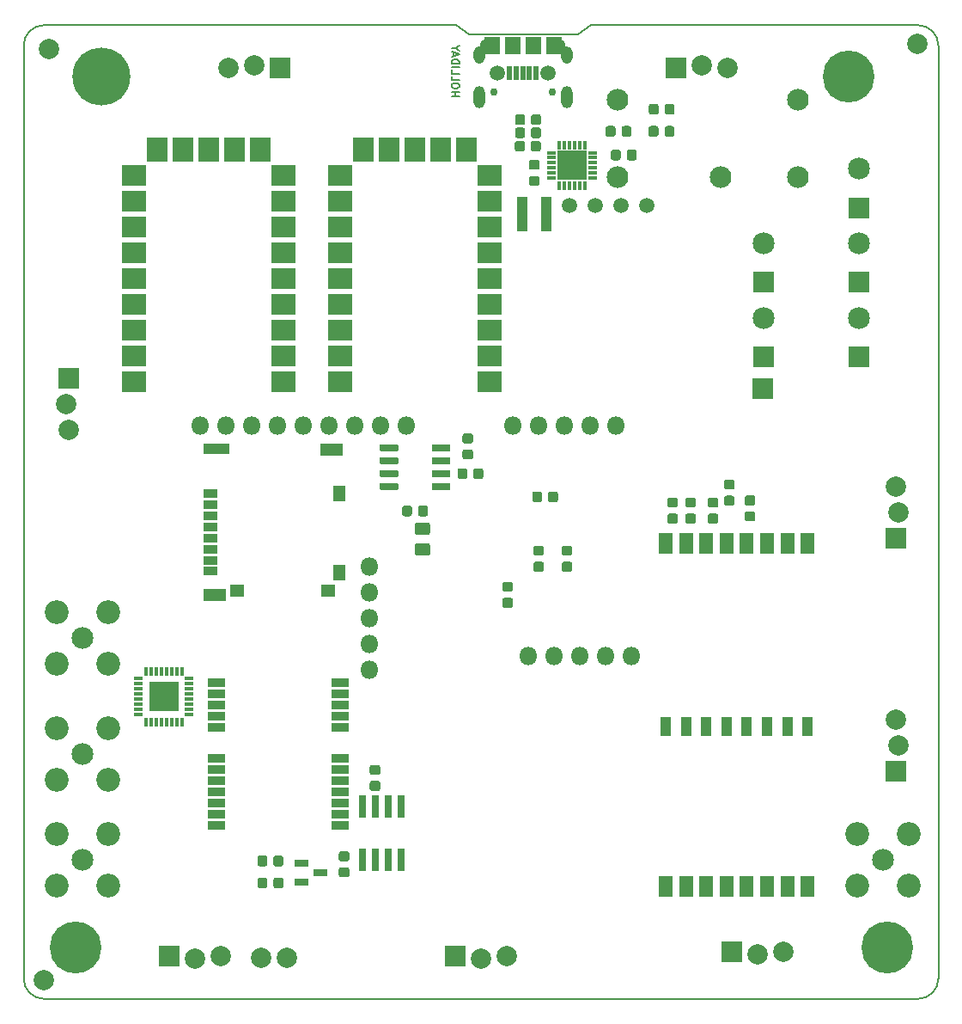
<source format=gbr>
%TF.GenerationSoftware,KiCad,Pcbnew,(5.1.5)-3*%
%TF.CreationDate,2020-03-14T11:42:48-07:00*%
%TF.ProjectId,mainboard,6d61696e-626f-4617-9264-2e6b69636164,rev?*%
%TF.SameCoordinates,PXb3c5ff4PY8d80254*%
%TF.FileFunction,Soldermask,Bot*%
%TF.FilePolarity,Negative*%
%FSLAX46Y46*%
G04 Gerber Fmt 4.6, Leading zero omitted, Abs format (unit mm)*
G04 Created by KiCad (PCBNEW (5.1.5)-3) date 2020-03-14 11:42:48*
%MOMM*%
%LPD*%
G04 APERTURE LIST*
%ADD10C,0.190500*%
%ADD11C,0.150000*%
%ADD12O,1.801600X1.801600*%
%ADD13C,0.100000*%
%ADD14C,1.501600*%
%ADD15R,2.901600X2.901600*%
%ADD16R,0.901600X0.401600*%
%ADD17R,0.401600X0.901600*%
%ADD18C,2.159000*%
%ADD19R,2.159000X2.159000*%
%ADD20C,0.751600*%
%ADD21O,1.101600X2.201600*%
%ADD22O,1.101600X1.701600*%
%ADD23R,1.101600X1.901600*%
%ADD24R,1.601600X1.651600*%
%ADD25C,1.371600*%
%ADD26C,1.509600*%
%ADD27R,0.551600X1.451600*%
%ADD28R,1.081600X3.501600*%
%ADD29C,2.351600*%
%ADD30C,2.151600*%
%ADD31C,2.000000*%
%ADD32R,1.427000X2.127000*%
%ADD33C,5.701600*%
%ADD34R,2.108200X2.413000*%
%ADD35R,2.413000X2.108200*%
%ADD36C,2.006600*%
%ADD37C,5.101600*%
%ADD38R,2.006600X2.006600*%
%ADD39R,0.711200X2.311400*%
%ADD40R,1.752600X0.939800*%
%ADD41R,0.889000X0.431800*%
%ADD42R,0.431800X0.889000*%
%ADD43R,2.921000X2.921000*%
%ADD44R,1.367000X0.927000*%
%ADD45R,2.627000X1.077000*%
%ADD46R,2.327000X1.277000*%
%ADD47R,1.377000X1.287000*%
%ADD48R,1.327000X1.287000*%
%ADD49R,1.277000X1.627000*%
%ADD50R,1.447800X0.685800*%
%ADD51C,2.133600*%
G04 APERTURE END LIST*
D10*
X-48007815Y88901815D02*
X-47245815Y88901815D01*
X-47608672Y88901815D02*
X-47608672Y89337243D01*
X-48007815Y89337243D02*
X-47245815Y89337243D01*
X-47245815Y89845243D02*
X-47245815Y89990386D01*
X-47282100Y90062958D01*
X-47354672Y90135529D01*
X-47499815Y90171815D01*
X-47753815Y90171815D01*
X-47898958Y90135529D01*
X-47971529Y90062958D01*
X-48007815Y89990386D01*
X-48007815Y89845243D01*
X-47971529Y89772672D01*
X-47898958Y89700100D01*
X-47753815Y89663815D01*
X-47499815Y89663815D01*
X-47354672Y89700100D01*
X-47282100Y89772672D01*
X-47245815Y89845243D01*
X-48007815Y90861243D02*
X-48007815Y90498386D01*
X-47245815Y90498386D01*
X-48007815Y91478100D02*
X-48007815Y91115243D01*
X-47245815Y91115243D01*
X-48007815Y91732100D02*
X-47245815Y91732100D01*
X-48007815Y92094958D02*
X-47245815Y92094958D01*
X-47245815Y92276386D01*
X-47282100Y92385243D01*
X-47354672Y92457815D01*
X-47427243Y92494100D01*
X-47572386Y92530386D01*
X-47681243Y92530386D01*
X-47826386Y92494100D01*
X-47898958Y92457815D01*
X-47971529Y92385243D01*
X-48007815Y92276386D01*
X-48007815Y92094958D01*
X-47790100Y92820672D02*
X-47790100Y93183529D01*
X-48007815Y92748100D02*
X-47245815Y93002100D01*
X-48007815Y93256100D01*
X-47644958Y93655243D02*
X-48007815Y93655243D01*
X-47245815Y93401243D02*
X-47644958Y93655243D01*
X-47245815Y93909243D01*
D11*
X-90170000Y93885000D02*
X-90170000Y2000000D01*
X-88170000Y0D02*
G75*
G02X-90170000Y2000000I0J2000000D01*
G01*
X-88170000Y0D02*
X-2000000Y0D01*
X0Y2000000D02*
G75*
G02X-2000000Y0I-2000000J0D01*
G01*
X0Y2000000D02*
X0Y93885000D01*
X-2000000Y95885000D02*
G75*
G02X0Y93885000I0J-2000000D01*
G01*
X-2000000Y95885000D02*
X-34230000Y95875004D01*
X-34230000Y95875004D02*
X-35500000Y94986004D01*
X-35500000Y94986004D02*
X-46295000Y94986004D01*
X-46295000Y94986004D02*
X-47574997Y95885000D01*
X-47574997Y95885000D02*
X-88170000Y95885000D01*
X-90170000Y93885000D02*
G75*
G02X-88170000Y95885000I2000000J0D01*
G01*
D12*
X-30264100Y33769300D03*
X-32804100Y33769300D03*
X-35344100Y33769300D03*
X-37884100Y33769300D03*
X-40424100Y33769300D03*
D13*
G36*
X-27799019Y88129224D02*
G01*
X-27775319Y88125709D01*
X-27752077Y88119887D01*
X-27729518Y88111815D01*
X-27707858Y88101571D01*
X-27687308Y88089253D01*
X-27668063Y88074981D01*
X-27650310Y88058890D01*
X-27634219Y88041137D01*
X-27619947Y88021892D01*
X-27607629Y88001342D01*
X-27597385Y87979682D01*
X-27589313Y87957123D01*
X-27583491Y87933881D01*
X-27579976Y87910181D01*
X-27578800Y87886250D01*
X-27578800Y87322950D01*
X-27579976Y87299019D01*
X-27583491Y87275319D01*
X-27589313Y87252077D01*
X-27597385Y87229518D01*
X-27607629Y87207858D01*
X-27619947Y87187308D01*
X-27634219Y87168063D01*
X-27650310Y87150310D01*
X-27668063Y87134219D01*
X-27687308Y87119947D01*
X-27707858Y87107629D01*
X-27729518Y87097385D01*
X-27752077Y87089313D01*
X-27775319Y87083491D01*
X-27799019Y87079976D01*
X-27822950Y87078800D01*
X-28311250Y87078800D01*
X-28335181Y87079976D01*
X-28358881Y87083491D01*
X-28382123Y87089313D01*
X-28404682Y87097385D01*
X-28426342Y87107629D01*
X-28446892Y87119947D01*
X-28466137Y87134219D01*
X-28483890Y87150310D01*
X-28499981Y87168063D01*
X-28514253Y87187308D01*
X-28526571Y87207858D01*
X-28536815Y87229518D01*
X-28544887Y87252077D01*
X-28550709Y87275319D01*
X-28554224Y87299019D01*
X-28555400Y87322950D01*
X-28555400Y87886250D01*
X-28554224Y87910181D01*
X-28550709Y87933881D01*
X-28544887Y87957123D01*
X-28536815Y87979682D01*
X-28526571Y88001342D01*
X-28514253Y88021892D01*
X-28499981Y88041137D01*
X-28483890Y88058890D01*
X-28466137Y88074981D01*
X-28446892Y88089253D01*
X-28426342Y88101571D01*
X-28404682Y88111815D01*
X-28382123Y88119887D01*
X-28358881Y88125709D01*
X-28335181Y88129224D01*
X-28311250Y88130400D01*
X-27822950Y88130400D01*
X-27799019Y88129224D01*
G37*
G36*
X-26224019Y88129224D02*
G01*
X-26200319Y88125709D01*
X-26177077Y88119887D01*
X-26154518Y88111815D01*
X-26132858Y88101571D01*
X-26112308Y88089253D01*
X-26093063Y88074981D01*
X-26075310Y88058890D01*
X-26059219Y88041137D01*
X-26044947Y88021892D01*
X-26032629Y88001342D01*
X-26022385Y87979682D01*
X-26014313Y87957123D01*
X-26008491Y87933881D01*
X-26004976Y87910181D01*
X-26003800Y87886250D01*
X-26003800Y87322950D01*
X-26004976Y87299019D01*
X-26008491Y87275319D01*
X-26014313Y87252077D01*
X-26022385Y87229518D01*
X-26032629Y87207858D01*
X-26044947Y87187308D01*
X-26059219Y87168063D01*
X-26075310Y87150310D01*
X-26093063Y87134219D01*
X-26112308Y87119947D01*
X-26132858Y87107629D01*
X-26154518Y87097385D01*
X-26177077Y87089313D01*
X-26200319Y87083491D01*
X-26224019Y87079976D01*
X-26247950Y87078800D01*
X-26736250Y87078800D01*
X-26760181Y87079976D01*
X-26783881Y87083491D01*
X-26807123Y87089313D01*
X-26829682Y87097385D01*
X-26851342Y87107629D01*
X-26871892Y87119947D01*
X-26891137Y87134219D01*
X-26908890Y87150310D01*
X-26924981Y87168063D01*
X-26939253Y87187308D01*
X-26951571Y87207858D01*
X-26961815Y87229518D01*
X-26969887Y87252077D01*
X-26975709Y87275319D01*
X-26979224Y87299019D01*
X-26980400Y87322950D01*
X-26980400Y87886250D01*
X-26979224Y87910181D01*
X-26975709Y87933881D01*
X-26969887Y87957123D01*
X-26961815Y87979682D01*
X-26951571Y88001342D01*
X-26939253Y88021892D01*
X-26924981Y88041137D01*
X-26908890Y88058890D01*
X-26891137Y88074981D01*
X-26871892Y88089253D01*
X-26851342Y88101571D01*
X-26829682Y88111815D01*
X-26807123Y88119887D01*
X-26783881Y88125709D01*
X-26760181Y88129224D01*
X-26736250Y88130400D01*
X-26247950Y88130400D01*
X-26224019Y88129224D01*
G37*
D14*
X-28740100Y78143100D03*
X-31280100Y78143100D03*
X-33820100Y78143100D03*
X-36360100Y78143100D03*
D15*
X-36106100Y82080100D03*
D16*
X-38106100Y83330100D03*
X-38106100Y82830100D03*
X-38106100Y82330100D03*
X-38106100Y81830100D03*
X-38106100Y81330100D03*
X-38106100Y80830100D03*
D17*
X-37356100Y80080100D03*
X-36856100Y80080100D03*
X-36356100Y80080100D03*
X-35856100Y80080100D03*
X-35356100Y80080100D03*
X-34856100Y80080100D03*
D16*
X-34106100Y80830100D03*
X-34106100Y81330100D03*
X-34106100Y81830100D03*
X-34106100Y82330100D03*
X-34106100Y82830100D03*
X-34106100Y83330100D03*
D17*
X-34856100Y84080100D03*
X-35356100Y84080100D03*
X-35856100Y84080100D03*
X-36356100Y84080100D03*
X-36856100Y84080100D03*
X-37356100Y84080100D03*
D18*
X-17224000Y67057804D03*
D19*
X-17224000Y63202204D03*
D13*
G36*
X-50358117Y44874990D02*
G01*
X-50331705Y44871072D01*
X-50305804Y44864584D01*
X-50280663Y44855589D01*
X-50256526Y44844172D01*
X-50233623Y44830445D01*
X-50212176Y44814539D01*
X-50192392Y44796608D01*
X-50174461Y44776824D01*
X-50158555Y44755377D01*
X-50144828Y44732474D01*
X-50133411Y44708337D01*
X-50124416Y44683196D01*
X-50117928Y44657295D01*
X-50114010Y44630883D01*
X-50112700Y44604214D01*
X-50112700Y43896786D01*
X-50114010Y43870117D01*
X-50117928Y43843705D01*
X-50124416Y43817804D01*
X-50133411Y43792663D01*
X-50144828Y43768526D01*
X-50158555Y43745623D01*
X-50174461Y43724176D01*
X-50192392Y43704392D01*
X-50212176Y43686461D01*
X-50233623Y43670555D01*
X-50256526Y43656828D01*
X-50280663Y43645411D01*
X-50305804Y43636416D01*
X-50331705Y43629928D01*
X-50358117Y43626010D01*
X-50384786Y43624700D01*
X-51342214Y43624700D01*
X-51368883Y43626010D01*
X-51395295Y43629928D01*
X-51421196Y43636416D01*
X-51446337Y43645411D01*
X-51470474Y43656828D01*
X-51493377Y43670555D01*
X-51514824Y43686461D01*
X-51534608Y43704392D01*
X-51552539Y43724176D01*
X-51568445Y43745623D01*
X-51582172Y43768526D01*
X-51593589Y43792663D01*
X-51602584Y43817804D01*
X-51609072Y43843705D01*
X-51612990Y43870117D01*
X-51614300Y43896786D01*
X-51614300Y44604214D01*
X-51612990Y44630883D01*
X-51609072Y44657295D01*
X-51602584Y44683196D01*
X-51593589Y44708337D01*
X-51582172Y44732474D01*
X-51568445Y44755377D01*
X-51552539Y44776824D01*
X-51534608Y44796608D01*
X-51514824Y44814539D01*
X-51493377Y44830445D01*
X-51470474Y44844172D01*
X-51446337Y44855589D01*
X-51421196Y44864584D01*
X-51395295Y44871072D01*
X-51368883Y44874990D01*
X-51342214Y44876300D01*
X-50384786Y44876300D01*
X-50358117Y44874990D01*
G37*
G36*
X-50358117Y46924990D02*
G01*
X-50331705Y46921072D01*
X-50305804Y46914584D01*
X-50280663Y46905589D01*
X-50256526Y46894172D01*
X-50233623Y46880445D01*
X-50212176Y46864539D01*
X-50192392Y46846608D01*
X-50174461Y46826824D01*
X-50158555Y46805377D01*
X-50144828Y46782474D01*
X-50133411Y46758337D01*
X-50124416Y46733196D01*
X-50117928Y46707295D01*
X-50114010Y46680883D01*
X-50112700Y46654214D01*
X-50112700Y45946786D01*
X-50114010Y45920117D01*
X-50117928Y45893705D01*
X-50124416Y45867804D01*
X-50133411Y45842663D01*
X-50144828Y45818526D01*
X-50158555Y45795623D01*
X-50174461Y45774176D01*
X-50192392Y45754392D01*
X-50212176Y45736461D01*
X-50233623Y45720555D01*
X-50256526Y45706828D01*
X-50280663Y45695411D01*
X-50305804Y45686416D01*
X-50331705Y45679928D01*
X-50358117Y45676010D01*
X-50384786Y45674700D01*
X-51342214Y45674700D01*
X-51368883Y45676010D01*
X-51395295Y45679928D01*
X-51421196Y45686416D01*
X-51446337Y45695411D01*
X-51470474Y45706828D01*
X-51493377Y45720555D01*
X-51514824Y45736461D01*
X-51534608Y45754392D01*
X-51552539Y45774176D01*
X-51568445Y45795623D01*
X-51582172Y45818526D01*
X-51593589Y45842663D01*
X-51602584Y45867804D01*
X-51609072Y45893705D01*
X-51612990Y45920117D01*
X-51614300Y45946786D01*
X-51614300Y46654214D01*
X-51612990Y46680883D01*
X-51609072Y46707295D01*
X-51602584Y46733196D01*
X-51593589Y46758337D01*
X-51582172Y46782474D01*
X-51568445Y46805377D01*
X-51552539Y46826824D01*
X-51534608Y46846608D01*
X-51514824Y46864539D01*
X-51493377Y46880445D01*
X-51470474Y46894172D01*
X-51446337Y46905589D01*
X-51421196Y46914584D01*
X-51395295Y46921072D01*
X-51368883Y46924990D01*
X-51342214Y46926300D01*
X-50384786Y46926300D01*
X-50358117Y46924990D01*
G37*
G36*
X-24129219Y49359528D02*
G01*
X-24105519Y49356013D01*
X-24082277Y49350191D01*
X-24059718Y49342119D01*
X-24038058Y49331875D01*
X-24017508Y49319557D01*
X-23998263Y49305285D01*
X-23980510Y49289194D01*
X-23964419Y49271441D01*
X-23950147Y49252196D01*
X-23937829Y49231646D01*
X-23927585Y49209986D01*
X-23919513Y49187427D01*
X-23913691Y49164185D01*
X-23910176Y49140485D01*
X-23909000Y49116554D01*
X-23909000Y48628254D01*
X-23910176Y48604323D01*
X-23913691Y48580623D01*
X-23919513Y48557381D01*
X-23927585Y48534822D01*
X-23937829Y48513162D01*
X-23950147Y48492612D01*
X-23964419Y48473367D01*
X-23980510Y48455614D01*
X-23998263Y48439523D01*
X-24017508Y48425251D01*
X-24038058Y48412933D01*
X-24059718Y48402689D01*
X-24082277Y48394617D01*
X-24105519Y48388795D01*
X-24129219Y48385280D01*
X-24153150Y48384104D01*
X-24716450Y48384104D01*
X-24740381Y48385280D01*
X-24764081Y48388795D01*
X-24787323Y48394617D01*
X-24809882Y48402689D01*
X-24831542Y48412933D01*
X-24852092Y48425251D01*
X-24871337Y48439523D01*
X-24889090Y48455614D01*
X-24905181Y48473367D01*
X-24919453Y48492612D01*
X-24931771Y48513162D01*
X-24942015Y48534822D01*
X-24950087Y48557381D01*
X-24955909Y48580623D01*
X-24959424Y48604323D01*
X-24960600Y48628254D01*
X-24960600Y49116554D01*
X-24959424Y49140485D01*
X-24955909Y49164185D01*
X-24950087Y49187427D01*
X-24942015Y49209986D01*
X-24931771Y49231646D01*
X-24919453Y49252196D01*
X-24905181Y49271441D01*
X-24889090Y49289194D01*
X-24871337Y49305285D01*
X-24852092Y49319557D01*
X-24831542Y49331875D01*
X-24809882Y49342119D01*
X-24787323Y49350191D01*
X-24764081Y49356013D01*
X-24740381Y49359528D01*
X-24716450Y49360704D01*
X-24153150Y49360704D01*
X-24129219Y49359528D01*
G37*
G36*
X-24129219Y47784528D02*
G01*
X-24105519Y47781013D01*
X-24082277Y47775191D01*
X-24059718Y47767119D01*
X-24038058Y47756875D01*
X-24017508Y47744557D01*
X-23998263Y47730285D01*
X-23980510Y47714194D01*
X-23964419Y47696441D01*
X-23950147Y47677196D01*
X-23937829Y47656646D01*
X-23927585Y47634986D01*
X-23919513Y47612427D01*
X-23913691Y47589185D01*
X-23910176Y47565485D01*
X-23909000Y47541554D01*
X-23909000Y47053254D01*
X-23910176Y47029323D01*
X-23913691Y47005623D01*
X-23919513Y46982381D01*
X-23927585Y46959822D01*
X-23937829Y46938162D01*
X-23950147Y46917612D01*
X-23964419Y46898367D01*
X-23980510Y46880614D01*
X-23998263Y46864523D01*
X-24017508Y46850251D01*
X-24038058Y46837933D01*
X-24059718Y46827689D01*
X-24082277Y46819617D01*
X-24105519Y46813795D01*
X-24129219Y46810280D01*
X-24153150Y46809104D01*
X-24716450Y46809104D01*
X-24740381Y46810280D01*
X-24764081Y46813795D01*
X-24787323Y46819617D01*
X-24809882Y46827689D01*
X-24831542Y46837933D01*
X-24852092Y46850251D01*
X-24871337Y46864523D01*
X-24889090Y46880614D01*
X-24905181Y46898367D01*
X-24919453Y46917612D01*
X-24931771Y46938162D01*
X-24942015Y46959822D01*
X-24950087Y46982381D01*
X-24955909Y47005623D01*
X-24959424Y47029323D01*
X-24960600Y47053254D01*
X-24960600Y47541554D01*
X-24959424Y47565485D01*
X-24955909Y47589185D01*
X-24950087Y47612427D01*
X-24942015Y47634986D01*
X-24931771Y47656646D01*
X-24919453Y47677196D01*
X-24905181Y47696441D01*
X-24889090Y47714194D01*
X-24871337Y47730285D01*
X-24852092Y47744557D01*
X-24831542Y47756875D01*
X-24809882Y47767119D01*
X-24787323Y47775191D01*
X-24764081Y47781013D01*
X-24740381Y47784528D01*
X-24716450Y47785704D01*
X-24153150Y47785704D01*
X-24129219Y47784528D01*
G37*
G36*
X-21906719Y49356824D02*
G01*
X-21883019Y49353309D01*
X-21859777Y49347487D01*
X-21837218Y49339415D01*
X-21815558Y49329171D01*
X-21795008Y49316853D01*
X-21775763Y49302581D01*
X-21758010Y49286490D01*
X-21741919Y49268737D01*
X-21727647Y49249492D01*
X-21715329Y49228942D01*
X-21705085Y49207282D01*
X-21697013Y49184723D01*
X-21691191Y49161481D01*
X-21687676Y49137781D01*
X-21686500Y49113850D01*
X-21686500Y48625550D01*
X-21687676Y48601619D01*
X-21691191Y48577919D01*
X-21697013Y48554677D01*
X-21705085Y48532118D01*
X-21715329Y48510458D01*
X-21727647Y48489908D01*
X-21741919Y48470663D01*
X-21758010Y48452910D01*
X-21775763Y48436819D01*
X-21795008Y48422547D01*
X-21815558Y48410229D01*
X-21837218Y48399985D01*
X-21859777Y48391913D01*
X-21883019Y48386091D01*
X-21906719Y48382576D01*
X-21930650Y48381400D01*
X-22493950Y48381400D01*
X-22517881Y48382576D01*
X-22541581Y48386091D01*
X-22564823Y48391913D01*
X-22587382Y48399985D01*
X-22609042Y48410229D01*
X-22629592Y48422547D01*
X-22648837Y48436819D01*
X-22666590Y48452910D01*
X-22682681Y48470663D01*
X-22696953Y48489908D01*
X-22709271Y48510458D01*
X-22719515Y48532118D01*
X-22727587Y48554677D01*
X-22733409Y48577919D01*
X-22736924Y48601619D01*
X-22738100Y48625550D01*
X-22738100Y49113850D01*
X-22736924Y49137781D01*
X-22733409Y49161481D01*
X-22727587Y49184723D01*
X-22719515Y49207282D01*
X-22709271Y49228942D01*
X-22696953Y49249492D01*
X-22682681Y49268737D01*
X-22666590Y49286490D01*
X-22648837Y49302581D01*
X-22629592Y49316853D01*
X-22609042Y49329171D01*
X-22587382Y49339415D01*
X-22564823Y49347487D01*
X-22541581Y49353309D01*
X-22517881Y49356824D01*
X-22493950Y49358000D01*
X-21930650Y49358000D01*
X-21906719Y49356824D01*
G37*
G36*
X-21906719Y47781824D02*
G01*
X-21883019Y47778309D01*
X-21859777Y47772487D01*
X-21837218Y47764415D01*
X-21815558Y47754171D01*
X-21795008Y47741853D01*
X-21775763Y47727581D01*
X-21758010Y47711490D01*
X-21741919Y47693737D01*
X-21727647Y47674492D01*
X-21715329Y47653942D01*
X-21705085Y47632282D01*
X-21697013Y47609723D01*
X-21691191Y47586481D01*
X-21687676Y47562781D01*
X-21686500Y47538850D01*
X-21686500Y47050550D01*
X-21687676Y47026619D01*
X-21691191Y47002919D01*
X-21697013Y46979677D01*
X-21705085Y46957118D01*
X-21715329Y46935458D01*
X-21727647Y46914908D01*
X-21741919Y46895663D01*
X-21758010Y46877910D01*
X-21775763Y46861819D01*
X-21795008Y46847547D01*
X-21815558Y46835229D01*
X-21837218Y46824985D01*
X-21859777Y46816913D01*
X-21883019Y46811091D01*
X-21906719Y46807576D01*
X-21930650Y46806400D01*
X-22493950Y46806400D01*
X-22517881Y46807576D01*
X-22541581Y46811091D01*
X-22564823Y46816913D01*
X-22587382Y46824985D01*
X-22609042Y46835229D01*
X-22629592Y46847547D01*
X-22648837Y46861819D01*
X-22666590Y46877910D01*
X-22682681Y46895663D01*
X-22696953Y46914908D01*
X-22709271Y46935458D01*
X-22719515Y46957118D01*
X-22727587Y46979677D01*
X-22733409Y47002919D01*
X-22736924Y47026619D01*
X-22738100Y47050550D01*
X-22738100Y47538850D01*
X-22736924Y47562781D01*
X-22733409Y47586481D01*
X-22727587Y47609723D01*
X-22719515Y47632282D01*
X-22709271Y47653942D01*
X-22696953Y47674492D01*
X-22682681Y47693737D01*
X-22666590Y47711490D01*
X-22648837Y47727581D01*
X-22629592Y47741853D01*
X-22609042Y47754171D01*
X-22587382Y47764415D01*
X-22564823Y47772487D01*
X-22541581Y47778309D01*
X-22517881Y47781824D01*
X-22493950Y47783000D01*
X-21930650Y47783000D01*
X-21906719Y47781824D01*
G37*
D20*
X-43839500Y89287300D03*
D21*
X-36629500Y88787300D03*
X-45269500Y88787300D03*
D22*
X-45269500Y92937300D03*
X-36629500Y92937300D03*
D20*
X-38059500Y89287300D03*
D23*
X-26888580Y26835700D03*
X-24888580Y26835700D03*
X-22888580Y26835700D03*
X-20888580Y26835700D03*
X-18888580Y26835700D03*
X-16888580Y26835700D03*
X-14888580Y26835700D03*
X-12888580Y26835700D03*
X-12888580Y11035700D03*
X-14888580Y11035700D03*
X-16888580Y11035700D03*
X-18888580Y11035700D03*
X-20888580Y11035700D03*
X-22888580Y11035700D03*
X-24888580Y11035700D03*
X-26888580Y11035700D03*
D19*
X-17314000Y60110100D03*
D24*
X-37907500Y93865700D03*
X-44007500Y93865700D03*
X-39957500Y93865700D03*
X-41957500Y93865700D03*
D25*
X-37457500Y93865700D03*
X-44457500Y93865700D03*
D26*
X-38457500Y91165700D03*
X-43457500Y91165700D03*
D27*
X-39657500Y91190700D03*
X-40307500Y91190700D03*
X-40957500Y91190700D03*
X-41607500Y91190700D03*
X-42257500Y91190700D03*
D13*
G36*
X-39393919Y87100524D02*
G01*
X-39370219Y87097009D01*
X-39346977Y87091187D01*
X-39324418Y87083115D01*
X-39302758Y87072871D01*
X-39282208Y87060553D01*
X-39262963Y87046281D01*
X-39245210Y87030190D01*
X-39229119Y87012437D01*
X-39214847Y86993192D01*
X-39202529Y86972642D01*
X-39192285Y86950982D01*
X-39184213Y86928423D01*
X-39178391Y86905181D01*
X-39174876Y86881481D01*
X-39173700Y86857550D01*
X-39173700Y86294250D01*
X-39174876Y86270319D01*
X-39178391Y86246619D01*
X-39184213Y86223377D01*
X-39192285Y86200818D01*
X-39202529Y86179158D01*
X-39214847Y86158608D01*
X-39229119Y86139363D01*
X-39245210Y86121610D01*
X-39262963Y86105519D01*
X-39282208Y86091247D01*
X-39302758Y86078929D01*
X-39324418Y86068685D01*
X-39346977Y86060613D01*
X-39370219Y86054791D01*
X-39393919Y86051276D01*
X-39417850Y86050100D01*
X-39906150Y86050100D01*
X-39930081Y86051276D01*
X-39953781Y86054791D01*
X-39977023Y86060613D01*
X-39999582Y86068685D01*
X-40021242Y86078929D01*
X-40041792Y86091247D01*
X-40061037Y86105519D01*
X-40078790Y86121610D01*
X-40094881Y86139363D01*
X-40109153Y86158608D01*
X-40121471Y86179158D01*
X-40131715Y86200818D01*
X-40139787Y86223377D01*
X-40145609Y86246619D01*
X-40149124Y86270319D01*
X-40150300Y86294250D01*
X-40150300Y86857550D01*
X-40149124Y86881481D01*
X-40145609Y86905181D01*
X-40139787Y86928423D01*
X-40131715Y86950982D01*
X-40121471Y86972642D01*
X-40109153Y86993192D01*
X-40094881Y87012437D01*
X-40078790Y87030190D01*
X-40061037Y87046281D01*
X-40041792Y87060553D01*
X-40021242Y87072871D01*
X-39999582Y87083115D01*
X-39977023Y87091187D01*
X-39953781Y87097009D01*
X-39930081Y87100524D01*
X-39906150Y87101700D01*
X-39417850Y87101700D01*
X-39393919Y87100524D01*
G37*
G36*
X-40968919Y87100524D02*
G01*
X-40945219Y87097009D01*
X-40921977Y87091187D01*
X-40899418Y87083115D01*
X-40877758Y87072871D01*
X-40857208Y87060553D01*
X-40837963Y87046281D01*
X-40820210Y87030190D01*
X-40804119Y87012437D01*
X-40789847Y86993192D01*
X-40777529Y86972642D01*
X-40767285Y86950982D01*
X-40759213Y86928423D01*
X-40753391Y86905181D01*
X-40749876Y86881481D01*
X-40748700Y86857550D01*
X-40748700Y86294250D01*
X-40749876Y86270319D01*
X-40753391Y86246619D01*
X-40759213Y86223377D01*
X-40767285Y86200818D01*
X-40777529Y86179158D01*
X-40789847Y86158608D01*
X-40804119Y86139363D01*
X-40820210Y86121610D01*
X-40837963Y86105519D01*
X-40857208Y86091247D01*
X-40877758Y86078929D01*
X-40899418Y86068685D01*
X-40921977Y86060613D01*
X-40945219Y86054791D01*
X-40968919Y86051276D01*
X-40992850Y86050100D01*
X-41481150Y86050100D01*
X-41505081Y86051276D01*
X-41528781Y86054791D01*
X-41552023Y86060613D01*
X-41574582Y86068685D01*
X-41596242Y86078929D01*
X-41616792Y86091247D01*
X-41636037Y86105519D01*
X-41653790Y86121610D01*
X-41669881Y86139363D01*
X-41684153Y86158608D01*
X-41696471Y86179158D01*
X-41706715Y86200818D01*
X-41714787Y86223377D01*
X-41720609Y86246619D01*
X-41724124Y86270319D01*
X-41725300Y86294250D01*
X-41725300Y86857550D01*
X-41724124Y86881481D01*
X-41720609Y86905181D01*
X-41714787Y86928423D01*
X-41706715Y86950982D01*
X-41696471Y86972642D01*
X-41684153Y86993192D01*
X-41669881Y87012437D01*
X-41653790Y87030190D01*
X-41636037Y87046281D01*
X-41616792Y87060553D01*
X-41596242Y87072871D01*
X-41574582Y87083115D01*
X-41552023Y87091187D01*
X-41528781Y87097009D01*
X-41505081Y87100524D01*
X-41481150Y87101700D01*
X-40992850Y87101700D01*
X-40968919Y87100524D01*
G37*
G36*
X-40968919Y85805124D02*
G01*
X-40945219Y85801609D01*
X-40921977Y85795787D01*
X-40899418Y85787715D01*
X-40877758Y85777471D01*
X-40857208Y85765153D01*
X-40837963Y85750881D01*
X-40820210Y85734790D01*
X-40804119Y85717037D01*
X-40789847Y85697792D01*
X-40777529Y85677242D01*
X-40767285Y85655582D01*
X-40759213Y85633023D01*
X-40753391Y85609781D01*
X-40749876Y85586081D01*
X-40748700Y85562150D01*
X-40748700Y84998850D01*
X-40749876Y84974919D01*
X-40753391Y84951219D01*
X-40759213Y84927977D01*
X-40767285Y84905418D01*
X-40777529Y84883758D01*
X-40789847Y84863208D01*
X-40804119Y84843963D01*
X-40820210Y84826210D01*
X-40837963Y84810119D01*
X-40857208Y84795847D01*
X-40877758Y84783529D01*
X-40899418Y84773285D01*
X-40921977Y84765213D01*
X-40945219Y84759391D01*
X-40968919Y84755876D01*
X-40992850Y84754700D01*
X-41481150Y84754700D01*
X-41505081Y84755876D01*
X-41528781Y84759391D01*
X-41552023Y84765213D01*
X-41574582Y84773285D01*
X-41596242Y84783529D01*
X-41616792Y84795847D01*
X-41636037Y84810119D01*
X-41653790Y84826210D01*
X-41669881Y84843963D01*
X-41684153Y84863208D01*
X-41696471Y84883758D01*
X-41706715Y84905418D01*
X-41714787Y84927977D01*
X-41720609Y84951219D01*
X-41724124Y84974919D01*
X-41725300Y84998850D01*
X-41725300Y85562150D01*
X-41724124Y85586081D01*
X-41720609Y85609781D01*
X-41714787Y85633023D01*
X-41706715Y85655582D01*
X-41696471Y85677242D01*
X-41684153Y85697792D01*
X-41669881Y85717037D01*
X-41653790Y85734790D01*
X-41636037Y85750881D01*
X-41616792Y85765153D01*
X-41596242Y85777471D01*
X-41574582Y85787715D01*
X-41552023Y85795787D01*
X-41528781Y85801609D01*
X-41505081Y85805124D01*
X-41481150Y85806300D01*
X-40992850Y85806300D01*
X-40968919Y85805124D01*
G37*
G36*
X-39393919Y85805124D02*
G01*
X-39370219Y85801609D01*
X-39346977Y85795787D01*
X-39324418Y85787715D01*
X-39302758Y85777471D01*
X-39282208Y85765153D01*
X-39262963Y85750881D01*
X-39245210Y85734790D01*
X-39229119Y85717037D01*
X-39214847Y85697792D01*
X-39202529Y85677242D01*
X-39192285Y85655582D01*
X-39184213Y85633023D01*
X-39178391Y85609781D01*
X-39174876Y85586081D01*
X-39173700Y85562150D01*
X-39173700Y84998850D01*
X-39174876Y84974919D01*
X-39178391Y84951219D01*
X-39184213Y84927977D01*
X-39192285Y84905418D01*
X-39202529Y84883758D01*
X-39214847Y84863208D01*
X-39229119Y84843963D01*
X-39245210Y84826210D01*
X-39262963Y84810119D01*
X-39282208Y84795847D01*
X-39302758Y84783529D01*
X-39324418Y84773285D01*
X-39346977Y84765213D01*
X-39370219Y84759391D01*
X-39393919Y84755876D01*
X-39417850Y84754700D01*
X-39906150Y84754700D01*
X-39930081Y84755876D01*
X-39953781Y84759391D01*
X-39977023Y84765213D01*
X-39999582Y84773285D01*
X-40021242Y84783529D01*
X-40041792Y84795847D01*
X-40061037Y84810119D01*
X-40078790Y84826210D01*
X-40094881Y84843963D01*
X-40109153Y84863208D01*
X-40121471Y84883758D01*
X-40131715Y84905418D01*
X-40139787Y84927977D01*
X-40145609Y84951219D01*
X-40149124Y84974919D01*
X-40150300Y84998850D01*
X-40150300Y85562150D01*
X-40149124Y85586081D01*
X-40145609Y85609781D01*
X-40139787Y85633023D01*
X-40131715Y85655582D01*
X-40121471Y85677242D01*
X-40109153Y85697792D01*
X-40094881Y85717037D01*
X-40078790Y85734790D01*
X-40061037Y85750881D01*
X-40041792Y85765153D01*
X-40021242Y85777471D01*
X-39999582Y85787715D01*
X-39977023Y85795787D01*
X-39953781Y85801609D01*
X-39930081Y85805124D01*
X-39906150Y85806300D01*
X-39417850Y85806300D01*
X-39393919Y85805124D01*
G37*
G36*
X-29970519Y83620724D02*
G01*
X-29946819Y83617209D01*
X-29923577Y83611387D01*
X-29901018Y83603315D01*
X-29879358Y83593071D01*
X-29858808Y83580753D01*
X-29839563Y83566481D01*
X-29821810Y83550390D01*
X-29805719Y83532637D01*
X-29791447Y83513392D01*
X-29779129Y83492842D01*
X-29768885Y83471182D01*
X-29760813Y83448623D01*
X-29754991Y83425381D01*
X-29751476Y83401681D01*
X-29750300Y83377750D01*
X-29750300Y82814450D01*
X-29751476Y82790519D01*
X-29754991Y82766819D01*
X-29760813Y82743577D01*
X-29768885Y82721018D01*
X-29779129Y82699358D01*
X-29791447Y82678808D01*
X-29805719Y82659563D01*
X-29821810Y82641810D01*
X-29839563Y82625719D01*
X-29858808Y82611447D01*
X-29879358Y82599129D01*
X-29901018Y82588885D01*
X-29923577Y82580813D01*
X-29946819Y82574991D01*
X-29970519Y82571476D01*
X-29994450Y82570300D01*
X-30482750Y82570300D01*
X-30506681Y82571476D01*
X-30530381Y82574991D01*
X-30553623Y82580813D01*
X-30576182Y82588885D01*
X-30597842Y82599129D01*
X-30618392Y82611447D01*
X-30637637Y82625719D01*
X-30655390Y82641810D01*
X-30671481Y82659563D01*
X-30685753Y82678808D01*
X-30698071Y82699358D01*
X-30708315Y82721018D01*
X-30716387Y82743577D01*
X-30722209Y82766819D01*
X-30725724Y82790519D01*
X-30726900Y82814450D01*
X-30726900Y83377750D01*
X-30725724Y83401681D01*
X-30722209Y83425381D01*
X-30716387Y83448623D01*
X-30708315Y83471182D01*
X-30698071Y83492842D01*
X-30685753Y83513392D01*
X-30671481Y83532637D01*
X-30655390Y83550390D01*
X-30637637Y83566481D01*
X-30618392Y83580753D01*
X-30597842Y83593071D01*
X-30576182Y83603315D01*
X-30553623Y83611387D01*
X-30530381Y83617209D01*
X-30506681Y83620724D01*
X-30482750Y83621900D01*
X-29994450Y83621900D01*
X-29970519Y83620724D01*
G37*
G36*
X-31545519Y83620724D02*
G01*
X-31521819Y83617209D01*
X-31498577Y83611387D01*
X-31476018Y83603315D01*
X-31454358Y83593071D01*
X-31433808Y83580753D01*
X-31414563Y83566481D01*
X-31396810Y83550390D01*
X-31380719Y83532637D01*
X-31366447Y83513392D01*
X-31354129Y83492842D01*
X-31343885Y83471182D01*
X-31335813Y83448623D01*
X-31329991Y83425381D01*
X-31326476Y83401681D01*
X-31325300Y83377750D01*
X-31325300Y82814450D01*
X-31326476Y82790519D01*
X-31329991Y82766819D01*
X-31335813Y82743577D01*
X-31343885Y82721018D01*
X-31354129Y82699358D01*
X-31366447Y82678808D01*
X-31380719Y82659563D01*
X-31396810Y82641810D01*
X-31414563Y82625719D01*
X-31433808Y82611447D01*
X-31454358Y82599129D01*
X-31476018Y82588885D01*
X-31498577Y82580813D01*
X-31521819Y82574991D01*
X-31545519Y82571476D01*
X-31569450Y82570300D01*
X-32057750Y82570300D01*
X-32081681Y82571476D01*
X-32105381Y82574991D01*
X-32128623Y82580813D01*
X-32151182Y82588885D01*
X-32172842Y82599129D01*
X-32193392Y82611447D01*
X-32212637Y82625719D01*
X-32230390Y82641810D01*
X-32246481Y82659563D01*
X-32260753Y82678808D01*
X-32273071Y82699358D01*
X-32283315Y82721018D01*
X-32291387Y82743577D01*
X-32297209Y82766819D01*
X-32300724Y82790519D01*
X-32301900Y82814450D01*
X-32301900Y83377750D01*
X-32300724Y83401681D01*
X-32297209Y83425381D01*
X-32291387Y83448623D01*
X-32283315Y83471182D01*
X-32273071Y83492842D01*
X-32260753Y83513392D01*
X-32246481Y83532637D01*
X-32230390Y83550390D01*
X-32212637Y83566481D01*
X-32193392Y83580753D01*
X-32172842Y83593071D01*
X-32151182Y83603315D01*
X-32128623Y83611387D01*
X-32105381Y83617209D01*
X-32081681Y83620724D01*
X-32057750Y83621900D01*
X-31569450Y83621900D01*
X-31545519Y83620724D01*
G37*
G36*
X-26236719Y85957524D02*
G01*
X-26213019Y85954009D01*
X-26189777Y85948187D01*
X-26167218Y85940115D01*
X-26145558Y85929871D01*
X-26125008Y85917553D01*
X-26105763Y85903281D01*
X-26088010Y85887190D01*
X-26071919Y85869437D01*
X-26057647Y85850192D01*
X-26045329Y85829642D01*
X-26035085Y85807982D01*
X-26027013Y85785423D01*
X-26021191Y85762181D01*
X-26017676Y85738481D01*
X-26016500Y85714550D01*
X-26016500Y85151250D01*
X-26017676Y85127319D01*
X-26021191Y85103619D01*
X-26027013Y85080377D01*
X-26035085Y85057818D01*
X-26045329Y85036158D01*
X-26057647Y85015608D01*
X-26071919Y84996363D01*
X-26088010Y84978610D01*
X-26105763Y84962519D01*
X-26125008Y84948247D01*
X-26145558Y84935929D01*
X-26167218Y84925685D01*
X-26189777Y84917613D01*
X-26213019Y84911791D01*
X-26236719Y84908276D01*
X-26260650Y84907100D01*
X-26748950Y84907100D01*
X-26772881Y84908276D01*
X-26796581Y84911791D01*
X-26819823Y84917613D01*
X-26842382Y84925685D01*
X-26864042Y84935929D01*
X-26884592Y84948247D01*
X-26903837Y84962519D01*
X-26921590Y84978610D01*
X-26937681Y84996363D01*
X-26951953Y85015608D01*
X-26964271Y85036158D01*
X-26974515Y85057818D01*
X-26982587Y85080377D01*
X-26988409Y85103619D01*
X-26991924Y85127319D01*
X-26993100Y85151250D01*
X-26993100Y85714550D01*
X-26991924Y85738481D01*
X-26988409Y85762181D01*
X-26982587Y85785423D01*
X-26974515Y85807982D01*
X-26964271Y85829642D01*
X-26951953Y85850192D01*
X-26937681Y85869437D01*
X-26921590Y85887190D01*
X-26903837Y85903281D01*
X-26884592Y85917553D01*
X-26864042Y85929871D01*
X-26842382Y85940115D01*
X-26819823Y85948187D01*
X-26796581Y85954009D01*
X-26772881Y85957524D01*
X-26748950Y85958700D01*
X-26260650Y85958700D01*
X-26236719Y85957524D01*
G37*
G36*
X-27811719Y85957524D02*
G01*
X-27788019Y85954009D01*
X-27764777Y85948187D01*
X-27742218Y85940115D01*
X-27720558Y85929871D01*
X-27700008Y85917553D01*
X-27680763Y85903281D01*
X-27663010Y85887190D01*
X-27646919Y85869437D01*
X-27632647Y85850192D01*
X-27620329Y85829642D01*
X-27610085Y85807982D01*
X-27602013Y85785423D01*
X-27596191Y85762181D01*
X-27592676Y85738481D01*
X-27591500Y85714550D01*
X-27591500Y85151250D01*
X-27592676Y85127319D01*
X-27596191Y85103619D01*
X-27602013Y85080377D01*
X-27610085Y85057818D01*
X-27620329Y85036158D01*
X-27632647Y85015608D01*
X-27646919Y84996363D01*
X-27663010Y84978610D01*
X-27680763Y84962519D01*
X-27700008Y84948247D01*
X-27720558Y84935929D01*
X-27742218Y84925685D01*
X-27764777Y84917613D01*
X-27788019Y84911791D01*
X-27811719Y84908276D01*
X-27835650Y84907100D01*
X-28323950Y84907100D01*
X-28347881Y84908276D01*
X-28371581Y84911791D01*
X-28394823Y84917613D01*
X-28417382Y84925685D01*
X-28439042Y84935929D01*
X-28459592Y84948247D01*
X-28478837Y84962519D01*
X-28496590Y84978610D01*
X-28512681Y84996363D01*
X-28526953Y85015608D01*
X-28539271Y85036158D01*
X-28549515Y85057818D01*
X-28557587Y85080377D01*
X-28563409Y85103619D01*
X-28566924Y85127319D01*
X-28568100Y85151250D01*
X-28568100Y85714550D01*
X-28566924Y85738481D01*
X-28563409Y85762181D01*
X-28557587Y85785423D01*
X-28549515Y85807982D01*
X-28539271Y85829642D01*
X-28526953Y85850192D01*
X-28512681Y85869437D01*
X-28496590Y85887190D01*
X-28478837Y85903281D01*
X-28459592Y85917553D01*
X-28439042Y85929871D01*
X-28417382Y85940115D01*
X-28394823Y85948187D01*
X-28371581Y85954009D01*
X-28347881Y85957524D01*
X-28323950Y85958700D01*
X-27835650Y85958700D01*
X-27811719Y85957524D01*
G37*
G36*
X-32053519Y85957524D02*
G01*
X-32029819Y85954009D01*
X-32006577Y85948187D01*
X-31984018Y85940115D01*
X-31962358Y85929871D01*
X-31941808Y85917553D01*
X-31922563Y85903281D01*
X-31904810Y85887190D01*
X-31888719Y85869437D01*
X-31874447Y85850192D01*
X-31862129Y85829642D01*
X-31851885Y85807982D01*
X-31843813Y85785423D01*
X-31837991Y85762181D01*
X-31834476Y85738481D01*
X-31833300Y85714550D01*
X-31833300Y85151250D01*
X-31834476Y85127319D01*
X-31837991Y85103619D01*
X-31843813Y85080377D01*
X-31851885Y85057818D01*
X-31862129Y85036158D01*
X-31874447Y85015608D01*
X-31888719Y84996363D01*
X-31904810Y84978610D01*
X-31922563Y84962519D01*
X-31941808Y84948247D01*
X-31962358Y84935929D01*
X-31984018Y84925685D01*
X-32006577Y84917613D01*
X-32029819Y84911791D01*
X-32053519Y84908276D01*
X-32077450Y84907100D01*
X-32565750Y84907100D01*
X-32589681Y84908276D01*
X-32613381Y84911791D01*
X-32636623Y84917613D01*
X-32659182Y84925685D01*
X-32680842Y84935929D01*
X-32701392Y84948247D01*
X-32720637Y84962519D01*
X-32738390Y84978610D01*
X-32754481Y84996363D01*
X-32768753Y85015608D01*
X-32781071Y85036158D01*
X-32791315Y85057818D01*
X-32799387Y85080377D01*
X-32805209Y85103619D01*
X-32808724Y85127319D01*
X-32809900Y85151250D01*
X-32809900Y85714550D01*
X-32808724Y85738481D01*
X-32805209Y85762181D01*
X-32799387Y85785423D01*
X-32791315Y85807982D01*
X-32781071Y85829642D01*
X-32768753Y85850192D01*
X-32754481Y85869437D01*
X-32738390Y85887190D01*
X-32720637Y85903281D01*
X-32701392Y85917553D01*
X-32680842Y85929871D01*
X-32659182Y85940115D01*
X-32636623Y85948187D01*
X-32613381Y85954009D01*
X-32589681Y85957524D01*
X-32565750Y85958700D01*
X-32077450Y85958700D01*
X-32053519Y85957524D01*
G37*
G36*
X-30478519Y85957524D02*
G01*
X-30454819Y85954009D01*
X-30431577Y85948187D01*
X-30409018Y85940115D01*
X-30387358Y85929871D01*
X-30366808Y85917553D01*
X-30347563Y85903281D01*
X-30329810Y85887190D01*
X-30313719Y85869437D01*
X-30299447Y85850192D01*
X-30287129Y85829642D01*
X-30276885Y85807982D01*
X-30268813Y85785423D01*
X-30262991Y85762181D01*
X-30259476Y85738481D01*
X-30258300Y85714550D01*
X-30258300Y85151250D01*
X-30259476Y85127319D01*
X-30262991Y85103619D01*
X-30268813Y85080377D01*
X-30276885Y85057818D01*
X-30287129Y85036158D01*
X-30299447Y85015608D01*
X-30313719Y84996363D01*
X-30329810Y84978610D01*
X-30347563Y84962519D01*
X-30366808Y84948247D01*
X-30387358Y84935929D01*
X-30409018Y84925685D01*
X-30431577Y84917613D01*
X-30454819Y84911791D01*
X-30478519Y84908276D01*
X-30502450Y84907100D01*
X-30990750Y84907100D01*
X-31014681Y84908276D01*
X-31038381Y84911791D01*
X-31061623Y84917613D01*
X-31084182Y84925685D01*
X-31105842Y84935929D01*
X-31126392Y84948247D01*
X-31145637Y84962519D01*
X-31163390Y84978610D01*
X-31179481Y84996363D01*
X-31193753Y85015608D01*
X-31206071Y85036158D01*
X-31216315Y85057818D01*
X-31224387Y85080377D01*
X-31230209Y85103619D01*
X-31233724Y85127319D01*
X-31234900Y85151250D01*
X-31234900Y85714550D01*
X-31233724Y85738481D01*
X-31230209Y85762181D01*
X-31224387Y85785423D01*
X-31216315Y85807982D01*
X-31206071Y85829642D01*
X-31193753Y85850192D01*
X-31179481Y85869437D01*
X-31163390Y85887190D01*
X-31145637Y85903281D01*
X-31126392Y85917553D01*
X-31105842Y85929871D01*
X-31084182Y85940115D01*
X-31061623Y85948187D01*
X-31038381Y85954009D01*
X-31014681Y85957524D01*
X-30990750Y85958700D01*
X-30502450Y85958700D01*
X-30478519Y85957524D01*
G37*
D28*
X-41024900Y77254100D03*
X-38654900Y77254100D03*
D13*
G36*
X-39534319Y81043124D02*
G01*
X-39510619Y81039609D01*
X-39487377Y81033787D01*
X-39464818Y81025715D01*
X-39443158Y81015471D01*
X-39422608Y81003153D01*
X-39403363Y80988881D01*
X-39385610Y80972790D01*
X-39369519Y80955037D01*
X-39355247Y80935792D01*
X-39342929Y80915242D01*
X-39332685Y80893582D01*
X-39324613Y80871023D01*
X-39318791Y80847781D01*
X-39315276Y80824081D01*
X-39314100Y80800150D01*
X-39314100Y80311850D01*
X-39315276Y80287919D01*
X-39318791Y80264219D01*
X-39324613Y80240977D01*
X-39332685Y80218418D01*
X-39342929Y80196758D01*
X-39355247Y80176208D01*
X-39369519Y80156963D01*
X-39385610Y80139210D01*
X-39403363Y80123119D01*
X-39422608Y80108847D01*
X-39443158Y80096529D01*
X-39464818Y80086285D01*
X-39487377Y80078213D01*
X-39510619Y80072391D01*
X-39534319Y80068876D01*
X-39558250Y80067700D01*
X-40121550Y80067700D01*
X-40145481Y80068876D01*
X-40169181Y80072391D01*
X-40192423Y80078213D01*
X-40214982Y80086285D01*
X-40236642Y80096529D01*
X-40257192Y80108847D01*
X-40276437Y80123119D01*
X-40294190Y80139210D01*
X-40310281Y80156963D01*
X-40324553Y80176208D01*
X-40336871Y80196758D01*
X-40347115Y80218418D01*
X-40355187Y80240977D01*
X-40361009Y80264219D01*
X-40364524Y80287919D01*
X-40365700Y80311850D01*
X-40365700Y80800150D01*
X-40364524Y80824081D01*
X-40361009Y80847781D01*
X-40355187Y80871023D01*
X-40347115Y80893582D01*
X-40336871Y80915242D01*
X-40324553Y80935792D01*
X-40310281Y80955037D01*
X-40294190Y80972790D01*
X-40276437Y80988881D01*
X-40257192Y81003153D01*
X-40236642Y81015471D01*
X-40214982Y81025715D01*
X-40192423Y81033787D01*
X-40169181Y81039609D01*
X-40145481Y81043124D01*
X-40121550Y81044300D01*
X-39558250Y81044300D01*
X-39534319Y81043124D01*
G37*
G36*
X-39534319Y82618124D02*
G01*
X-39510619Y82614609D01*
X-39487377Y82608787D01*
X-39464818Y82600715D01*
X-39443158Y82590471D01*
X-39422608Y82578153D01*
X-39403363Y82563881D01*
X-39385610Y82547790D01*
X-39369519Y82530037D01*
X-39355247Y82510792D01*
X-39342929Y82490242D01*
X-39332685Y82468582D01*
X-39324613Y82446023D01*
X-39318791Y82422781D01*
X-39315276Y82399081D01*
X-39314100Y82375150D01*
X-39314100Y81886850D01*
X-39315276Y81862919D01*
X-39318791Y81839219D01*
X-39324613Y81815977D01*
X-39332685Y81793418D01*
X-39342929Y81771758D01*
X-39355247Y81751208D01*
X-39369519Y81731963D01*
X-39385610Y81714210D01*
X-39403363Y81698119D01*
X-39422608Y81683847D01*
X-39443158Y81671529D01*
X-39464818Y81661285D01*
X-39487377Y81653213D01*
X-39510619Y81647391D01*
X-39534319Y81643876D01*
X-39558250Y81642700D01*
X-40121550Y81642700D01*
X-40145481Y81643876D01*
X-40169181Y81647391D01*
X-40192423Y81653213D01*
X-40214982Y81661285D01*
X-40236642Y81671529D01*
X-40257192Y81683847D01*
X-40276437Y81698119D01*
X-40294190Y81714210D01*
X-40310281Y81731963D01*
X-40324553Y81751208D01*
X-40336871Y81771758D01*
X-40347115Y81793418D01*
X-40355187Y81815977D01*
X-40361009Y81839219D01*
X-40364524Y81862919D01*
X-40365700Y81886850D01*
X-40365700Y82375150D01*
X-40364524Y82399081D01*
X-40361009Y82422781D01*
X-40355187Y82446023D01*
X-40347115Y82468582D01*
X-40336871Y82490242D01*
X-40324553Y82510792D01*
X-40310281Y82530037D01*
X-40294190Y82547790D01*
X-40276437Y82563881D01*
X-40257192Y82578153D01*
X-40236642Y82590471D01*
X-40214982Y82600715D01*
X-40192423Y82608787D01*
X-40169181Y82614609D01*
X-40145481Y82618124D01*
X-40121550Y82619300D01*
X-39558250Y82619300D01*
X-39534319Y82618124D01*
G37*
G36*
X-39419319Y84484324D02*
G01*
X-39395619Y84480809D01*
X-39372377Y84474987D01*
X-39349818Y84466915D01*
X-39328158Y84456671D01*
X-39307608Y84444353D01*
X-39288363Y84430081D01*
X-39270610Y84413990D01*
X-39254519Y84396237D01*
X-39240247Y84376992D01*
X-39227929Y84356442D01*
X-39217685Y84334782D01*
X-39209613Y84312223D01*
X-39203791Y84288981D01*
X-39200276Y84265281D01*
X-39199100Y84241350D01*
X-39199100Y83678050D01*
X-39200276Y83654119D01*
X-39203791Y83630419D01*
X-39209613Y83607177D01*
X-39217685Y83584618D01*
X-39227929Y83562958D01*
X-39240247Y83542408D01*
X-39254519Y83523163D01*
X-39270610Y83505410D01*
X-39288363Y83489319D01*
X-39307608Y83475047D01*
X-39328158Y83462729D01*
X-39349818Y83452485D01*
X-39372377Y83444413D01*
X-39395619Y83438591D01*
X-39419319Y83435076D01*
X-39443250Y83433900D01*
X-39931550Y83433900D01*
X-39955481Y83435076D01*
X-39979181Y83438591D01*
X-40002423Y83444413D01*
X-40024982Y83452485D01*
X-40046642Y83462729D01*
X-40067192Y83475047D01*
X-40086437Y83489319D01*
X-40104190Y83505410D01*
X-40120281Y83523163D01*
X-40134553Y83542408D01*
X-40146871Y83562958D01*
X-40157115Y83584618D01*
X-40165187Y83607177D01*
X-40171009Y83630419D01*
X-40174524Y83654119D01*
X-40175700Y83678050D01*
X-40175700Y84241350D01*
X-40174524Y84265281D01*
X-40171009Y84288981D01*
X-40165187Y84312223D01*
X-40157115Y84334782D01*
X-40146871Y84356442D01*
X-40134553Y84376992D01*
X-40120281Y84396237D01*
X-40104190Y84413990D01*
X-40086437Y84430081D01*
X-40067192Y84444353D01*
X-40046642Y84456671D01*
X-40024982Y84466915D01*
X-40002423Y84474987D01*
X-39979181Y84480809D01*
X-39955481Y84484324D01*
X-39931550Y84485500D01*
X-39443250Y84485500D01*
X-39419319Y84484324D01*
G37*
G36*
X-40994319Y84484324D02*
G01*
X-40970619Y84480809D01*
X-40947377Y84474987D01*
X-40924818Y84466915D01*
X-40903158Y84456671D01*
X-40882608Y84444353D01*
X-40863363Y84430081D01*
X-40845610Y84413990D01*
X-40829519Y84396237D01*
X-40815247Y84376992D01*
X-40802929Y84356442D01*
X-40792685Y84334782D01*
X-40784613Y84312223D01*
X-40778791Y84288981D01*
X-40775276Y84265281D01*
X-40774100Y84241350D01*
X-40774100Y83678050D01*
X-40775276Y83654119D01*
X-40778791Y83630419D01*
X-40784613Y83607177D01*
X-40792685Y83584618D01*
X-40802929Y83562958D01*
X-40815247Y83542408D01*
X-40829519Y83523163D01*
X-40845610Y83505410D01*
X-40863363Y83489319D01*
X-40882608Y83475047D01*
X-40903158Y83462729D01*
X-40924818Y83452485D01*
X-40947377Y83444413D01*
X-40970619Y83438591D01*
X-40994319Y83435076D01*
X-41018250Y83433900D01*
X-41506550Y83433900D01*
X-41530481Y83435076D01*
X-41554181Y83438591D01*
X-41577423Y83444413D01*
X-41599982Y83452485D01*
X-41621642Y83462729D01*
X-41642192Y83475047D01*
X-41661437Y83489319D01*
X-41679190Y83505410D01*
X-41695281Y83523163D01*
X-41709553Y83542408D01*
X-41721871Y83562958D01*
X-41732115Y83584618D01*
X-41740187Y83607177D01*
X-41746009Y83630419D01*
X-41749524Y83654119D01*
X-41750700Y83678050D01*
X-41750700Y84241350D01*
X-41749524Y84265281D01*
X-41746009Y84288981D01*
X-41740187Y84312223D01*
X-41732115Y84334782D01*
X-41721871Y84356442D01*
X-41709553Y84376992D01*
X-41695281Y84396237D01*
X-41679190Y84413990D01*
X-41661437Y84430081D01*
X-41642192Y84444353D01*
X-41621642Y84456671D01*
X-41599982Y84466915D01*
X-41577423Y84474987D01*
X-41554181Y84480809D01*
X-41530481Y84484324D01*
X-41506550Y84485500D01*
X-41018250Y84485500D01*
X-40994319Y84484324D01*
G37*
D29*
X-86935000Y38090004D03*
X-86935000Y33010004D03*
X-81855000Y33010004D03*
X-81855000Y38090004D03*
D30*
X-84395000Y35550004D03*
D29*
X-86935000Y26660004D03*
X-86935000Y21580004D03*
X-81855000Y21580004D03*
X-81855000Y26660004D03*
D30*
X-84395000Y24120004D03*
D31*
X-2070100Y94018100D03*
X-87668100Y93510100D03*
X-88176100Y1816100D03*
D32*
X-12888580Y44846004D03*
X-14888580Y44846004D03*
X-16888580Y44846004D03*
X-18888580Y44846004D03*
X-20888580Y44846004D03*
X-22888580Y44846004D03*
X-24888580Y44846004D03*
X-26888580Y44846004D03*
X-12888580Y11030004D03*
X-14888580Y11030004D03*
X-16888580Y11030004D03*
X-18888580Y11030004D03*
X-20888580Y11030004D03*
X-22888580Y11030004D03*
X-24888580Y11030004D03*
X-26888580Y11030004D03*
D29*
X-8039100Y11150004D03*
X-8039100Y16230004D03*
X-2959100Y16230004D03*
X-2959100Y11150004D03*
D30*
X-5499100Y13690004D03*
D33*
X-82540000Y90805000D03*
D34*
X-56706640Y83616800D03*
X-54166640Y83616800D03*
X-51626640Y83616800D03*
X-49086640Y83616800D03*
X-46546640Y83616800D03*
D35*
X-44260640Y81076800D03*
X-44260640Y78536800D03*
X-44260640Y75996800D03*
X-44260640Y73456800D03*
X-44260640Y70916800D03*
X-44260640Y68376800D03*
X-44260640Y65836800D03*
X-44260640Y63296800D03*
X-44260640Y60756800D03*
X-58992640Y60756800D03*
X-58992640Y63296800D03*
X-58992640Y65836800D03*
X-58992640Y68376800D03*
X-58992640Y70916800D03*
X-58992640Y73456800D03*
X-58992640Y75996800D03*
X-58992640Y78536800D03*
X-58992640Y81076800D03*
D34*
X-77002640Y83616800D03*
X-74462640Y83616800D03*
X-71922640Y83616800D03*
X-69382640Y83616800D03*
X-66842640Y83616800D03*
D35*
X-64556640Y81076800D03*
X-64556640Y78536800D03*
X-64556640Y75996800D03*
X-64556640Y73456800D03*
X-64556640Y70916800D03*
X-64556640Y68376800D03*
X-64556640Y65836800D03*
X-64556640Y63296800D03*
X-64556640Y60756800D03*
X-79288640Y60756800D03*
X-79288640Y63296800D03*
X-79288640Y65836800D03*
X-79288640Y68376800D03*
X-79288640Y70916800D03*
X-79288640Y73456800D03*
X-79288640Y75996800D03*
X-79288640Y78536800D03*
X-79288640Y81076800D03*
D36*
X-64198500Y4051300D03*
X-66738500Y4051300D03*
D37*
X-8880000Y90805000D03*
X-5080000Y5080000D03*
X-85080000Y5080000D03*
D12*
X-52489100Y56426100D03*
X-55029100Y56426100D03*
X-57569100Y56426100D03*
X-60109100Y56426100D03*
X-62649100Y56426100D03*
X-65189100Y56426100D03*
X-67729100Y56426100D03*
X-70269100Y56426100D03*
X-72809100Y56426100D03*
X-31788100Y56426100D03*
X-34328100Y56426100D03*
X-36868100Y56426100D03*
X-39408100Y56426100D03*
X-41948100Y56426100D03*
X-56121300Y42557700D03*
X-56121300Y40017700D03*
X-56121300Y37477700D03*
X-56121300Y34937700D03*
X-56121300Y32397700D03*
D13*
G36*
X-48257508Y50807055D02*
G01*
X-48240481Y50804530D01*
X-48223784Y50800347D01*
X-48207577Y50794548D01*
X-48192017Y50787189D01*
X-48177253Y50778340D01*
X-48163427Y50768086D01*
X-48150673Y50756527D01*
X-48139114Y50743773D01*
X-48128860Y50729947D01*
X-48120011Y50715183D01*
X-48112652Y50699623D01*
X-48106853Y50683416D01*
X-48102670Y50666719D01*
X-48100145Y50649692D01*
X-48099300Y50632500D01*
X-48099300Y50281700D01*
X-48100145Y50264508D01*
X-48102670Y50247481D01*
X-48106853Y50230784D01*
X-48112652Y50214577D01*
X-48120011Y50199017D01*
X-48128860Y50184253D01*
X-48139114Y50170427D01*
X-48150673Y50157673D01*
X-48163427Y50146114D01*
X-48177253Y50135860D01*
X-48192017Y50127011D01*
X-48207577Y50119652D01*
X-48223784Y50113853D01*
X-48240481Y50109670D01*
X-48257508Y50107145D01*
X-48274700Y50106300D01*
X-49775500Y50106300D01*
X-49792692Y50107145D01*
X-49809719Y50109670D01*
X-49826416Y50113853D01*
X-49842623Y50119652D01*
X-49858183Y50127011D01*
X-49872947Y50135860D01*
X-49886773Y50146114D01*
X-49899527Y50157673D01*
X-49911086Y50170427D01*
X-49921340Y50184253D01*
X-49930189Y50199017D01*
X-49937548Y50214577D01*
X-49943347Y50230784D01*
X-49947530Y50247481D01*
X-49950055Y50264508D01*
X-49950900Y50281700D01*
X-49950900Y50632500D01*
X-49950055Y50649692D01*
X-49947530Y50666719D01*
X-49943347Y50683416D01*
X-49937548Y50699623D01*
X-49930189Y50715183D01*
X-49921340Y50729947D01*
X-49911086Y50743773D01*
X-49899527Y50756527D01*
X-49886773Y50768086D01*
X-49872947Y50778340D01*
X-49858183Y50787189D01*
X-49842623Y50794548D01*
X-49826416Y50800347D01*
X-49809719Y50804530D01*
X-49792692Y50807055D01*
X-49775500Y50807900D01*
X-48274700Y50807900D01*
X-48257508Y50807055D01*
G37*
G36*
X-48257508Y52077055D02*
G01*
X-48240481Y52074530D01*
X-48223784Y52070347D01*
X-48207577Y52064548D01*
X-48192017Y52057189D01*
X-48177253Y52048340D01*
X-48163427Y52038086D01*
X-48150673Y52026527D01*
X-48139114Y52013773D01*
X-48128860Y51999947D01*
X-48120011Y51985183D01*
X-48112652Y51969623D01*
X-48106853Y51953416D01*
X-48102670Y51936719D01*
X-48100145Y51919692D01*
X-48099300Y51902500D01*
X-48099300Y51551700D01*
X-48100145Y51534508D01*
X-48102670Y51517481D01*
X-48106853Y51500784D01*
X-48112652Y51484577D01*
X-48120011Y51469017D01*
X-48128860Y51454253D01*
X-48139114Y51440427D01*
X-48150673Y51427673D01*
X-48163427Y51416114D01*
X-48177253Y51405860D01*
X-48192017Y51397011D01*
X-48207577Y51389652D01*
X-48223784Y51383853D01*
X-48240481Y51379670D01*
X-48257508Y51377145D01*
X-48274700Y51376300D01*
X-49775500Y51376300D01*
X-49792692Y51377145D01*
X-49809719Y51379670D01*
X-49826416Y51383853D01*
X-49842623Y51389652D01*
X-49858183Y51397011D01*
X-49872947Y51405860D01*
X-49886773Y51416114D01*
X-49899527Y51427673D01*
X-49911086Y51440427D01*
X-49921340Y51454253D01*
X-49930189Y51469017D01*
X-49937548Y51484577D01*
X-49943347Y51500784D01*
X-49947530Y51517481D01*
X-49950055Y51534508D01*
X-49950900Y51551700D01*
X-49950900Y51902500D01*
X-49950055Y51919692D01*
X-49947530Y51936719D01*
X-49943347Y51953416D01*
X-49937548Y51969623D01*
X-49930189Y51985183D01*
X-49921340Y51999947D01*
X-49911086Y52013773D01*
X-49899527Y52026527D01*
X-49886773Y52038086D01*
X-49872947Y52048340D01*
X-49858183Y52057189D01*
X-49842623Y52064548D01*
X-49826416Y52070347D01*
X-49809719Y52074530D01*
X-49792692Y52077055D01*
X-49775500Y52077900D01*
X-48274700Y52077900D01*
X-48257508Y52077055D01*
G37*
G36*
X-48257508Y53347055D02*
G01*
X-48240481Y53344530D01*
X-48223784Y53340347D01*
X-48207577Y53334548D01*
X-48192017Y53327189D01*
X-48177253Y53318340D01*
X-48163427Y53308086D01*
X-48150673Y53296527D01*
X-48139114Y53283773D01*
X-48128860Y53269947D01*
X-48120011Y53255183D01*
X-48112652Y53239623D01*
X-48106853Y53223416D01*
X-48102670Y53206719D01*
X-48100145Y53189692D01*
X-48099300Y53172500D01*
X-48099300Y52821700D01*
X-48100145Y52804508D01*
X-48102670Y52787481D01*
X-48106853Y52770784D01*
X-48112652Y52754577D01*
X-48120011Y52739017D01*
X-48128860Y52724253D01*
X-48139114Y52710427D01*
X-48150673Y52697673D01*
X-48163427Y52686114D01*
X-48177253Y52675860D01*
X-48192017Y52667011D01*
X-48207577Y52659652D01*
X-48223784Y52653853D01*
X-48240481Y52649670D01*
X-48257508Y52647145D01*
X-48274700Y52646300D01*
X-49775500Y52646300D01*
X-49792692Y52647145D01*
X-49809719Y52649670D01*
X-49826416Y52653853D01*
X-49842623Y52659652D01*
X-49858183Y52667011D01*
X-49872947Y52675860D01*
X-49886773Y52686114D01*
X-49899527Y52697673D01*
X-49911086Y52710427D01*
X-49921340Y52724253D01*
X-49930189Y52739017D01*
X-49937548Y52754577D01*
X-49943347Y52770784D01*
X-49947530Y52787481D01*
X-49950055Y52804508D01*
X-49950900Y52821700D01*
X-49950900Y53172500D01*
X-49950055Y53189692D01*
X-49947530Y53206719D01*
X-49943347Y53223416D01*
X-49937548Y53239623D01*
X-49930189Y53255183D01*
X-49921340Y53269947D01*
X-49911086Y53283773D01*
X-49899527Y53296527D01*
X-49886773Y53308086D01*
X-49872947Y53318340D01*
X-49858183Y53327189D01*
X-49842623Y53334548D01*
X-49826416Y53340347D01*
X-49809719Y53344530D01*
X-49792692Y53347055D01*
X-49775500Y53347900D01*
X-48274700Y53347900D01*
X-48257508Y53347055D01*
G37*
G36*
X-48257508Y54617055D02*
G01*
X-48240481Y54614530D01*
X-48223784Y54610347D01*
X-48207577Y54604548D01*
X-48192017Y54597189D01*
X-48177253Y54588340D01*
X-48163427Y54578086D01*
X-48150673Y54566527D01*
X-48139114Y54553773D01*
X-48128860Y54539947D01*
X-48120011Y54525183D01*
X-48112652Y54509623D01*
X-48106853Y54493416D01*
X-48102670Y54476719D01*
X-48100145Y54459692D01*
X-48099300Y54442500D01*
X-48099300Y54091700D01*
X-48100145Y54074508D01*
X-48102670Y54057481D01*
X-48106853Y54040784D01*
X-48112652Y54024577D01*
X-48120011Y54009017D01*
X-48128860Y53994253D01*
X-48139114Y53980427D01*
X-48150673Y53967673D01*
X-48163427Y53956114D01*
X-48177253Y53945860D01*
X-48192017Y53937011D01*
X-48207577Y53929652D01*
X-48223784Y53923853D01*
X-48240481Y53919670D01*
X-48257508Y53917145D01*
X-48274700Y53916300D01*
X-49775500Y53916300D01*
X-49792692Y53917145D01*
X-49809719Y53919670D01*
X-49826416Y53923853D01*
X-49842623Y53929652D01*
X-49858183Y53937011D01*
X-49872947Y53945860D01*
X-49886773Y53956114D01*
X-49899527Y53967673D01*
X-49911086Y53980427D01*
X-49921340Y53994253D01*
X-49930189Y54009017D01*
X-49937548Y54024577D01*
X-49943347Y54040784D01*
X-49947530Y54057481D01*
X-49950055Y54074508D01*
X-49950900Y54091700D01*
X-49950900Y54442500D01*
X-49950055Y54459692D01*
X-49947530Y54476719D01*
X-49943347Y54493416D01*
X-49937548Y54509623D01*
X-49930189Y54525183D01*
X-49921340Y54539947D01*
X-49911086Y54553773D01*
X-49899527Y54566527D01*
X-49886773Y54578086D01*
X-49872947Y54588340D01*
X-49858183Y54597189D01*
X-49842623Y54604548D01*
X-49826416Y54610347D01*
X-49809719Y54614530D01*
X-49792692Y54617055D01*
X-49775500Y54617900D01*
X-48274700Y54617900D01*
X-48257508Y54617055D01*
G37*
G36*
X-53407508Y54617055D02*
G01*
X-53390481Y54614530D01*
X-53373784Y54610347D01*
X-53357577Y54604548D01*
X-53342017Y54597189D01*
X-53327253Y54588340D01*
X-53313427Y54578086D01*
X-53300673Y54566527D01*
X-53289114Y54553773D01*
X-53278860Y54539947D01*
X-53270011Y54525183D01*
X-53262652Y54509623D01*
X-53256853Y54493416D01*
X-53252670Y54476719D01*
X-53250145Y54459692D01*
X-53249300Y54442500D01*
X-53249300Y54091700D01*
X-53250145Y54074508D01*
X-53252670Y54057481D01*
X-53256853Y54040784D01*
X-53262652Y54024577D01*
X-53270011Y54009017D01*
X-53278860Y53994253D01*
X-53289114Y53980427D01*
X-53300673Y53967673D01*
X-53313427Y53956114D01*
X-53327253Y53945860D01*
X-53342017Y53937011D01*
X-53357577Y53929652D01*
X-53373784Y53923853D01*
X-53390481Y53919670D01*
X-53407508Y53917145D01*
X-53424700Y53916300D01*
X-54925500Y53916300D01*
X-54942692Y53917145D01*
X-54959719Y53919670D01*
X-54976416Y53923853D01*
X-54992623Y53929652D01*
X-55008183Y53937011D01*
X-55022947Y53945860D01*
X-55036773Y53956114D01*
X-55049527Y53967673D01*
X-55061086Y53980427D01*
X-55071340Y53994253D01*
X-55080189Y54009017D01*
X-55087548Y54024577D01*
X-55093347Y54040784D01*
X-55097530Y54057481D01*
X-55100055Y54074508D01*
X-55100900Y54091700D01*
X-55100900Y54442500D01*
X-55100055Y54459692D01*
X-55097530Y54476719D01*
X-55093347Y54493416D01*
X-55087548Y54509623D01*
X-55080189Y54525183D01*
X-55071340Y54539947D01*
X-55061086Y54553773D01*
X-55049527Y54566527D01*
X-55036773Y54578086D01*
X-55022947Y54588340D01*
X-55008183Y54597189D01*
X-54992623Y54604548D01*
X-54976416Y54610347D01*
X-54959719Y54614530D01*
X-54942692Y54617055D01*
X-54925500Y54617900D01*
X-53424700Y54617900D01*
X-53407508Y54617055D01*
G37*
G36*
X-53407508Y53347055D02*
G01*
X-53390481Y53344530D01*
X-53373784Y53340347D01*
X-53357577Y53334548D01*
X-53342017Y53327189D01*
X-53327253Y53318340D01*
X-53313427Y53308086D01*
X-53300673Y53296527D01*
X-53289114Y53283773D01*
X-53278860Y53269947D01*
X-53270011Y53255183D01*
X-53262652Y53239623D01*
X-53256853Y53223416D01*
X-53252670Y53206719D01*
X-53250145Y53189692D01*
X-53249300Y53172500D01*
X-53249300Y52821700D01*
X-53250145Y52804508D01*
X-53252670Y52787481D01*
X-53256853Y52770784D01*
X-53262652Y52754577D01*
X-53270011Y52739017D01*
X-53278860Y52724253D01*
X-53289114Y52710427D01*
X-53300673Y52697673D01*
X-53313427Y52686114D01*
X-53327253Y52675860D01*
X-53342017Y52667011D01*
X-53357577Y52659652D01*
X-53373784Y52653853D01*
X-53390481Y52649670D01*
X-53407508Y52647145D01*
X-53424700Y52646300D01*
X-54925500Y52646300D01*
X-54942692Y52647145D01*
X-54959719Y52649670D01*
X-54976416Y52653853D01*
X-54992623Y52659652D01*
X-55008183Y52667011D01*
X-55022947Y52675860D01*
X-55036773Y52686114D01*
X-55049527Y52697673D01*
X-55061086Y52710427D01*
X-55071340Y52724253D01*
X-55080189Y52739017D01*
X-55087548Y52754577D01*
X-55093347Y52770784D01*
X-55097530Y52787481D01*
X-55100055Y52804508D01*
X-55100900Y52821700D01*
X-55100900Y53172500D01*
X-55100055Y53189692D01*
X-55097530Y53206719D01*
X-55093347Y53223416D01*
X-55087548Y53239623D01*
X-55080189Y53255183D01*
X-55071340Y53269947D01*
X-55061086Y53283773D01*
X-55049527Y53296527D01*
X-55036773Y53308086D01*
X-55022947Y53318340D01*
X-55008183Y53327189D01*
X-54992623Y53334548D01*
X-54976416Y53340347D01*
X-54959719Y53344530D01*
X-54942692Y53347055D01*
X-54925500Y53347900D01*
X-53424700Y53347900D01*
X-53407508Y53347055D01*
G37*
G36*
X-53407508Y52077055D02*
G01*
X-53390481Y52074530D01*
X-53373784Y52070347D01*
X-53357577Y52064548D01*
X-53342017Y52057189D01*
X-53327253Y52048340D01*
X-53313427Y52038086D01*
X-53300673Y52026527D01*
X-53289114Y52013773D01*
X-53278860Y51999947D01*
X-53270011Y51985183D01*
X-53262652Y51969623D01*
X-53256853Y51953416D01*
X-53252670Y51936719D01*
X-53250145Y51919692D01*
X-53249300Y51902500D01*
X-53249300Y51551700D01*
X-53250145Y51534508D01*
X-53252670Y51517481D01*
X-53256853Y51500784D01*
X-53262652Y51484577D01*
X-53270011Y51469017D01*
X-53278860Y51454253D01*
X-53289114Y51440427D01*
X-53300673Y51427673D01*
X-53313427Y51416114D01*
X-53327253Y51405860D01*
X-53342017Y51397011D01*
X-53357577Y51389652D01*
X-53373784Y51383853D01*
X-53390481Y51379670D01*
X-53407508Y51377145D01*
X-53424700Y51376300D01*
X-54925500Y51376300D01*
X-54942692Y51377145D01*
X-54959719Y51379670D01*
X-54976416Y51383853D01*
X-54992623Y51389652D01*
X-55008183Y51397011D01*
X-55022947Y51405860D01*
X-55036773Y51416114D01*
X-55049527Y51427673D01*
X-55061086Y51440427D01*
X-55071340Y51454253D01*
X-55080189Y51469017D01*
X-55087548Y51484577D01*
X-55093347Y51500784D01*
X-55097530Y51517481D01*
X-55100055Y51534508D01*
X-55100900Y51551700D01*
X-55100900Y51902500D01*
X-55100055Y51919692D01*
X-55097530Y51936719D01*
X-55093347Y51953416D01*
X-55087548Y51969623D01*
X-55080189Y51985183D01*
X-55071340Y51999947D01*
X-55061086Y52013773D01*
X-55049527Y52026527D01*
X-55036773Y52038086D01*
X-55022947Y52048340D01*
X-55008183Y52057189D01*
X-54992623Y52064548D01*
X-54976416Y52070347D01*
X-54959719Y52074530D01*
X-54942692Y52077055D01*
X-54925500Y52077900D01*
X-53424700Y52077900D01*
X-53407508Y52077055D01*
G37*
G36*
X-53407508Y50807055D02*
G01*
X-53390481Y50804530D01*
X-53373784Y50800347D01*
X-53357577Y50794548D01*
X-53342017Y50787189D01*
X-53327253Y50778340D01*
X-53313427Y50768086D01*
X-53300673Y50756527D01*
X-53289114Y50743773D01*
X-53278860Y50729947D01*
X-53270011Y50715183D01*
X-53262652Y50699623D01*
X-53256853Y50683416D01*
X-53252670Y50666719D01*
X-53250145Y50649692D01*
X-53249300Y50632500D01*
X-53249300Y50281700D01*
X-53250145Y50264508D01*
X-53252670Y50247481D01*
X-53256853Y50230784D01*
X-53262652Y50214577D01*
X-53270011Y50199017D01*
X-53278860Y50184253D01*
X-53289114Y50170427D01*
X-53300673Y50157673D01*
X-53313427Y50146114D01*
X-53327253Y50135860D01*
X-53342017Y50127011D01*
X-53357577Y50119652D01*
X-53373784Y50113853D01*
X-53390481Y50109670D01*
X-53407508Y50107145D01*
X-53424700Y50106300D01*
X-54925500Y50106300D01*
X-54942692Y50107145D01*
X-54959719Y50109670D01*
X-54976416Y50113853D01*
X-54992623Y50119652D01*
X-55008183Y50127011D01*
X-55022947Y50135860D01*
X-55036773Y50146114D01*
X-55049527Y50157673D01*
X-55061086Y50170427D01*
X-55071340Y50184253D01*
X-55080189Y50199017D01*
X-55087548Y50214577D01*
X-55093347Y50230784D01*
X-55097530Y50247481D01*
X-55100055Y50264508D01*
X-55100900Y50281700D01*
X-55100900Y50632500D01*
X-55100055Y50649692D01*
X-55097530Y50666719D01*
X-55093347Y50683416D01*
X-55087548Y50699623D01*
X-55080189Y50715183D01*
X-55071340Y50729947D01*
X-55061086Y50743773D01*
X-55049527Y50756527D01*
X-55036773Y50768086D01*
X-55022947Y50778340D01*
X-55008183Y50787189D01*
X-54992623Y50794548D01*
X-54976416Y50800347D01*
X-54959719Y50804530D01*
X-54942692Y50807055D01*
X-54925500Y50807900D01*
X-53424700Y50807900D01*
X-53407508Y50807055D01*
G37*
G36*
X-55231519Y23029724D02*
G01*
X-55207819Y23026209D01*
X-55184577Y23020387D01*
X-55162018Y23012315D01*
X-55140358Y23002071D01*
X-55119808Y22989753D01*
X-55100563Y22975481D01*
X-55082810Y22959390D01*
X-55066719Y22941637D01*
X-55052447Y22922392D01*
X-55040129Y22901842D01*
X-55029885Y22880182D01*
X-55021813Y22857623D01*
X-55015991Y22834381D01*
X-55012476Y22810681D01*
X-55011300Y22786750D01*
X-55011300Y22298450D01*
X-55012476Y22274519D01*
X-55015991Y22250819D01*
X-55021813Y22227577D01*
X-55029885Y22205018D01*
X-55040129Y22183358D01*
X-55052447Y22162808D01*
X-55066719Y22143563D01*
X-55082810Y22125810D01*
X-55100563Y22109719D01*
X-55119808Y22095447D01*
X-55140358Y22083129D01*
X-55162018Y22072885D01*
X-55184577Y22064813D01*
X-55207819Y22058991D01*
X-55231519Y22055476D01*
X-55255450Y22054300D01*
X-55818750Y22054300D01*
X-55842681Y22055476D01*
X-55866381Y22058991D01*
X-55889623Y22064813D01*
X-55912182Y22072885D01*
X-55933842Y22083129D01*
X-55954392Y22095447D01*
X-55973637Y22109719D01*
X-55991390Y22125810D01*
X-56007481Y22143563D01*
X-56021753Y22162808D01*
X-56034071Y22183358D01*
X-56044315Y22205018D01*
X-56052387Y22227577D01*
X-56058209Y22250819D01*
X-56061724Y22274519D01*
X-56062900Y22298450D01*
X-56062900Y22786750D01*
X-56061724Y22810681D01*
X-56058209Y22834381D01*
X-56052387Y22857623D01*
X-56044315Y22880182D01*
X-56034071Y22901842D01*
X-56021753Y22922392D01*
X-56007481Y22941637D01*
X-55991390Y22959390D01*
X-55973637Y22975481D01*
X-55954392Y22989753D01*
X-55933842Y23002071D01*
X-55912182Y23012315D01*
X-55889623Y23020387D01*
X-55866381Y23026209D01*
X-55842681Y23029724D01*
X-55818750Y23030900D01*
X-55255450Y23030900D01*
X-55231519Y23029724D01*
G37*
G36*
X-55231519Y21454724D02*
G01*
X-55207819Y21451209D01*
X-55184577Y21445387D01*
X-55162018Y21437315D01*
X-55140358Y21427071D01*
X-55119808Y21414753D01*
X-55100563Y21400481D01*
X-55082810Y21384390D01*
X-55066719Y21366637D01*
X-55052447Y21347392D01*
X-55040129Y21326842D01*
X-55029885Y21305182D01*
X-55021813Y21282623D01*
X-55015991Y21259381D01*
X-55012476Y21235681D01*
X-55011300Y21211750D01*
X-55011300Y20723450D01*
X-55012476Y20699519D01*
X-55015991Y20675819D01*
X-55021813Y20652577D01*
X-55029885Y20630018D01*
X-55040129Y20608358D01*
X-55052447Y20587808D01*
X-55066719Y20568563D01*
X-55082810Y20550810D01*
X-55100563Y20534719D01*
X-55119808Y20520447D01*
X-55140358Y20508129D01*
X-55162018Y20497885D01*
X-55184577Y20489813D01*
X-55207819Y20483991D01*
X-55231519Y20480476D01*
X-55255450Y20479300D01*
X-55818750Y20479300D01*
X-55842681Y20480476D01*
X-55866381Y20483991D01*
X-55889623Y20489813D01*
X-55912182Y20497885D01*
X-55933842Y20508129D01*
X-55954392Y20520447D01*
X-55973637Y20534719D01*
X-55991390Y20550810D01*
X-56007481Y20568563D01*
X-56021753Y20587808D01*
X-56034071Y20608358D01*
X-56044315Y20630018D01*
X-56052387Y20652577D01*
X-56058209Y20675819D01*
X-56061724Y20699519D01*
X-56062900Y20723450D01*
X-56062900Y21211750D01*
X-56061724Y21235681D01*
X-56058209Y21259381D01*
X-56052387Y21282623D01*
X-56044315Y21305182D01*
X-56034071Y21326842D01*
X-56021753Y21347392D01*
X-56007481Y21366637D01*
X-55991390Y21384390D01*
X-55973637Y21400481D01*
X-55954392Y21414753D01*
X-55933842Y21427071D01*
X-55912182Y21437315D01*
X-55889623Y21445387D01*
X-55866381Y21451209D01*
X-55842681Y21454724D01*
X-55818750Y21455900D01*
X-55255450Y21455900D01*
X-55231519Y21454724D01*
G37*
D38*
X-20358100Y4617004D03*
D36*
X-17818100Y4363004D03*
X-15278100Y4617004D03*
D13*
G36*
X-42155599Y39493804D02*
G01*
X-42131899Y39490289D01*
X-42108657Y39484467D01*
X-42086098Y39476395D01*
X-42064438Y39466151D01*
X-42043888Y39453833D01*
X-42024643Y39439561D01*
X-42006890Y39423470D01*
X-41990799Y39405717D01*
X-41976527Y39386472D01*
X-41964209Y39365922D01*
X-41953965Y39344262D01*
X-41945893Y39321703D01*
X-41940071Y39298461D01*
X-41936556Y39274761D01*
X-41935380Y39250830D01*
X-41935380Y38762530D01*
X-41936556Y38738599D01*
X-41940071Y38714899D01*
X-41945893Y38691657D01*
X-41953965Y38669098D01*
X-41964209Y38647438D01*
X-41976527Y38626888D01*
X-41990799Y38607643D01*
X-42006890Y38589890D01*
X-42024643Y38573799D01*
X-42043888Y38559527D01*
X-42064438Y38547209D01*
X-42086098Y38536965D01*
X-42108657Y38528893D01*
X-42131899Y38523071D01*
X-42155599Y38519556D01*
X-42179530Y38518380D01*
X-42742830Y38518380D01*
X-42766761Y38519556D01*
X-42790461Y38523071D01*
X-42813703Y38528893D01*
X-42836262Y38536965D01*
X-42857922Y38547209D01*
X-42878472Y38559527D01*
X-42897717Y38573799D01*
X-42915470Y38589890D01*
X-42931561Y38607643D01*
X-42945833Y38626888D01*
X-42958151Y38647438D01*
X-42968395Y38669098D01*
X-42976467Y38691657D01*
X-42982289Y38714899D01*
X-42985804Y38738599D01*
X-42986980Y38762530D01*
X-42986980Y39250830D01*
X-42985804Y39274761D01*
X-42982289Y39298461D01*
X-42976467Y39321703D01*
X-42968395Y39344262D01*
X-42958151Y39365922D01*
X-42945833Y39386472D01*
X-42931561Y39405717D01*
X-42915470Y39423470D01*
X-42897717Y39439561D01*
X-42878472Y39453833D01*
X-42857922Y39466151D01*
X-42836262Y39476395D01*
X-42813703Y39484467D01*
X-42790461Y39490289D01*
X-42766761Y39493804D01*
X-42742830Y39494980D01*
X-42179530Y39494980D01*
X-42155599Y39493804D01*
G37*
G36*
X-42155599Y41068804D02*
G01*
X-42131899Y41065289D01*
X-42108657Y41059467D01*
X-42086098Y41051395D01*
X-42064438Y41041151D01*
X-42043888Y41028833D01*
X-42024643Y41014561D01*
X-42006890Y40998470D01*
X-41990799Y40980717D01*
X-41976527Y40961472D01*
X-41964209Y40940922D01*
X-41953965Y40919262D01*
X-41945893Y40896703D01*
X-41940071Y40873461D01*
X-41936556Y40849761D01*
X-41935380Y40825830D01*
X-41935380Y40337530D01*
X-41936556Y40313599D01*
X-41940071Y40289899D01*
X-41945893Y40266657D01*
X-41953965Y40244098D01*
X-41964209Y40222438D01*
X-41976527Y40201888D01*
X-41990799Y40182643D01*
X-42006890Y40164890D01*
X-42024643Y40148799D01*
X-42043888Y40134527D01*
X-42064438Y40122209D01*
X-42086098Y40111965D01*
X-42108657Y40103893D01*
X-42131899Y40098071D01*
X-42155599Y40094556D01*
X-42179530Y40093380D01*
X-42742830Y40093380D01*
X-42766761Y40094556D01*
X-42790461Y40098071D01*
X-42813703Y40103893D01*
X-42836262Y40111965D01*
X-42857922Y40122209D01*
X-42878472Y40134527D01*
X-42897717Y40148799D01*
X-42915470Y40164890D01*
X-42931561Y40182643D01*
X-42945833Y40201888D01*
X-42958151Y40222438D01*
X-42968395Y40244098D01*
X-42976467Y40266657D01*
X-42982289Y40289899D01*
X-42985804Y40313599D01*
X-42986980Y40337530D01*
X-42986980Y40825830D01*
X-42985804Y40849761D01*
X-42982289Y40873461D01*
X-42976467Y40896703D01*
X-42968395Y40919262D01*
X-42958151Y40940922D01*
X-42945833Y40961472D01*
X-42931561Y40980717D01*
X-42915470Y40998470D01*
X-42897717Y41014561D01*
X-42878472Y41028833D01*
X-42857922Y41041151D01*
X-42836262Y41051395D01*
X-42813703Y41059467D01*
X-42790461Y41065289D01*
X-42766761Y41068804D01*
X-42742830Y41069980D01*
X-42179530Y41069980D01*
X-42155599Y41068804D01*
G37*
D30*
X-84395000Y13690004D03*
D29*
X-81855000Y11150004D03*
X-81855000Y16230004D03*
X-86935000Y16230004D03*
X-86935000Y11150004D03*
D13*
G36*
X-39102519Y43044724D02*
G01*
X-39078819Y43041209D01*
X-39055577Y43035387D01*
X-39033018Y43027315D01*
X-39011358Y43017071D01*
X-38990808Y43004753D01*
X-38971563Y42990481D01*
X-38953810Y42974390D01*
X-38937719Y42956637D01*
X-38923447Y42937392D01*
X-38911129Y42916842D01*
X-38900885Y42895182D01*
X-38892813Y42872623D01*
X-38886991Y42849381D01*
X-38883476Y42825681D01*
X-38882300Y42801750D01*
X-38882300Y42313450D01*
X-38883476Y42289519D01*
X-38886991Y42265819D01*
X-38892813Y42242577D01*
X-38900885Y42220018D01*
X-38911129Y42198358D01*
X-38923447Y42177808D01*
X-38937719Y42158563D01*
X-38953810Y42140810D01*
X-38971563Y42124719D01*
X-38990808Y42110447D01*
X-39011358Y42098129D01*
X-39033018Y42087885D01*
X-39055577Y42079813D01*
X-39078819Y42073991D01*
X-39102519Y42070476D01*
X-39126450Y42069300D01*
X-39689750Y42069300D01*
X-39713681Y42070476D01*
X-39737381Y42073991D01*
X-39760623Y42079813D01*
X-39783182Y42087885D01*
X-39804842Y42098129D01*
X-39825392Y42110447D01*
X-39844637Y42124719D01*
X-39862390Y42140810D01*
X-39878481Y42158563D01*
X-39892753Y42177808D01*
X-39905071Y42198358D01*
X-39915315Y42220018D01*
X-39923387Y42242577D01*
X-39929209Y42265819D01*
X-39932724Y42289519D01*
X-39933900Y42313450D01*
X-39933900Y42801750D01*
X-39932724Y42825681D01*
X-39929209Y42849381D01*
X-39923387Y42872623D01*
X-39915315Y42895182D01*
X-39905071Y42916842D01*
X-39892753Y42937392D01*
X-39878481Y42956637D01*
X-39862390Y42974390D01*
X-39844637Y42990481D01*
X-39825392Y43004753D01*
X-39804842Y43017071D01*
X-39783182Y43027315D01*
X-39760623Y43035387D01*
X-39737381Y43041209D01*
X-39713681Y43044724D01*
X-39689750Y43045900D01*
X-39126450Y43045900D01*
X-39102519Y43044724D01*
G37*
G36*
X-39102519Y44619724D02*
G01*
X-39078819Y44616209D01*
X-39055577Y44610387D01*
X-39033018Y44602315D01*
X-39011358Y44592071D01*
X-38990808Y44579753D01*
X-38971563Y44565481D01*
X-38953810Y44549390D01*
X-38937719Y44531637D01*
X-38923447Y44512392D01*
X-38911129Y44491842D01*
X-38900885Y44470182D01*
X-38892813Y44447623D01*
X-38886991Y44424381D01*
X-38883476Y44400681D01*
X-38882300Y44376750D01*
X-38882300Y43888450D01*
X-38883476Y43864519D01*
X-38886991Y43840819D01*
X-38892813Y43817577D01*
X-38900885Y43795018D01*
X-38911129Y43773358D01*
X-38923447Y43752808D01*
X-38937719Y43733563D01*
X-38953810Y43715810D01*
X-38971563Y43699719D01*
X-38990808Y43685447D01*
X-39011358Y43673129D01*
X-39033018Y43662885D01*
X-39055577Y43654813D01*
X-39078819Y43648991D01*
X-39102519Y43645476D01*
X-39126450Y43644300D01*
X-39689750Y43644300D01*
X-39713681Y43645476D01*
X-39737381Y43648991D01*
X-39760623Y43654813D01*
X-39783182Y43662885D01*
X-39804842Y43673129D01*
X-39825392Y43685447D01*
X-39844637Y43699719D01*
X-39862390Y43715810D01*
X-39878481Y43733563D01*
X-39892753Y43752808D01*
X-39905071Y43773358D01*
X-39915315Y43795018D01*
X-39923387Y43817577D01*
X-39929209Y43840819D01*
X-39932724Y43864519D01*
X-39933900Y43888450D01*
X-39933900Y44376750D01*
X-39932724Y44400681D01*
X-39929209Y44424381D01*
X-39923387Y44447623D01*
X-39915315Y44470182D01*
X-39905071Y44491842D01*
X-39892753Y44512392D01*
X-39878481Y44531637D01*
X-39862390Y44549390D01*
X-39844637Y44565481D01*
X-39825392Y44579753D01*
X-39804842Y44592071D01*
X-39783182Y44602315D01*
X-39760623Y44610387D01*
X-39737381Y44616209D01*
X-39713681Y44619724D01*
X-39689750Y44620900D01*
X-39126450Y44620900D01*
X-39102519Y44619724D01*
G37*
G36*
X-39292519Y49965724D02*
G01*
X-39268819Y49962209D01*
X-39245577Y49956387D01*
X-39223018Y49948315D01*
X-39201358Y49938071D01*
X-39180808Y49925753D01*
X-39161563Y49911481D01*
X-39143810Y49895390D01*
X-39127719Y49877637D01*
X-39113447Y49858392D01*
X-39101129Y49837842D01*
X-39090885Y49816182D01*
X-39082813Y49793623D01*
X-39076991Y49770381D01*
X-39073476Y49746681D01*
X-39072300Y49722750D01*
X-39072300Y49159450D01*
X-39073476Y49135519D01*
X-39076991Y49111819D01*
X-39082813Y49088577D01*
X-39090885Y49066018D01*
X-39101129Y49044358D01*
X-39113447Y49023808D01*
X-39127719Y49004563D01*
X-39143810Y48986810D01*
X-39161563Y48970719D01*
X-39180808Y48956447D01*
X-39201358Y48944129D01*
X-39223018Y48933885D01*
X-39245577Y48925813D01*
X-39268819Y48919991D01*
X-39292519Y48916476D01*
X-39316450Y48915300D01*
X-39804750Y48915300D01*
X-39828681Y48916476D01*
X-39852381Y48919991D01*
X-39875623Y48925813D01*
X-39898182Y48933885D01*
X-39919842Y48944129D01*
X-39940392Y48956447D01*
X-39959637Y48970719D01*
X-39977390Y48986810D01*
X-39993481Y49004563D01*
X-40007753Y49023808D01*
X-40020071Y49044358D01*
X-40030315Y49066018D01*
X-40038387Y49088577D01*
X-40044209Y49111819D01*
X-40047724Y49135519D01*
X-40048900Y49159450D01*
X-40048900Y49722750D01*
X-40047724Y49746681D01*
X-40044209Y49770381D01*
X-40038387Y49793623D01*
X-40030315Y49816182D01*
X-40020071Y49837842D01*
X-40007753Y49858392D01*
X-39993481Y49877637D01*
X-39977390Y49895390D01*
X-39959637Y49911481D01*
X-39940392Y49925753D01*
X-39919842Y49938071D01*
X-39898182Y49948315D01*
X-39875623Y49956387D01*
X-39852381Y49962209D01*
X-39828681Y49965724D01*
X-39804750Y49966900D01*
X-39316450Y49966900D01*
X-39292519Y49965724D01*
G37*
G36*
X-37717519Y49965724D02*
G01*
X-37693819Y49962209D01*
X-37670577Y49956387D01*
X-37648018Y49948315D01*
X-37626358Y49938071D01*
X-37605808Y49925753D01*
X-37586563Y49911481D01*
X-37568810Y49895390D01*
X-37552719Y49877637D01*
X-37538447Y49858392D01*
X-37526129Y49837842D01*
X-37515885Y49816182D01*
X-37507813Y49793623D01*
X-37501991Y49770381D01*
X-37498476Y49746681D01*
X-37497300Y49722750D01*
X-37497300Y49159450D01*
X-37498476Y49135519D01*
X-37501991Y49111819D01*
X-37507813Y49088577D01*
X-37515885Y49066018D01*
X-37526129Y49044358D01*
X-37538447Y49023808D01*
X-37552719Y49004563D01*
X-37568810Y48986810D01*
X-37586563Y48970719D01*
X-37605808Y48956447D01*
X-37626358Y48944129D01*
X-37648018Y48933885D01*
X-37670577Y48925813D01*
X-37693819Y48919991D01*
X-37717519Y48916476D01*
X-37741450Y48915300D01*
X-38229750Y48915300D01*
X-38253681Y48916476D01*
X-38277381Y48919991D01*
X-38300623Y48925813D01*
X-38323182Y48933885D01*
X-38344842Y48944129D01*
X-38365392Y48956447D01*
X-38384637Y48970719D01*
X-38402390Y48986810D01*
X-38418481Y49004563D01*
X-38432753Y49023808D01*
X-38445071Y49044358D01*
X-38455315Y49066018D01*
X-38463387Y49088577D01*
X-38469209Y49111819D01*
X-38472724Y49135519D01*
X-38473900Y49159450D01*
X-38473900Y49722750D01*
X-38472724Y49746681D01*
X-38469209Y49770381D01*
X-38463387Y49793623D01*
X-38455315Y49816182D01*
X-38445071Y49837842D01*
X-38432753Y49858392D01*
X-38418481Y49877637D01*
X-38402390Y49895390D01*
X-38384637Y49911481D01*
X-38365392Y49925753D01*
X-38344842Y49938071D01*
X-38323182Y49948315D01*
X-38300623Y49956387D01*
X-38277381Y49962209D01*
X-38253681Y49965724D01*
X-38229750Y49966900D01*
X-37741450Y49966900D01*
X-37717519Y49965724D01*
G37*
G36*
X-46658519Y52251724D02*
G01*
X-46634819Y52248209D01*
X-46611577Y52242387D01*
X-46589018Y52234315D01*
X-46567358Y52224071D01*
X-46546808Y52211753D01*
X-46527563Y52197481D01*
X-46509810Y52181390D01*
X-46493719Y52163637D01*
X-46479447Y52144392D01*
X-46467129Y52123842D01*
X-46456885Y52102182D01*
X-46448813Y52079623D01*
X-46442991Y52056381D01*
X-46439476Y52032681D01*
X-46438300Y52008750D01*
X-46438300Y51445450D01*
X-46439476Y51421519D01*
X-46442991Y51397819D01*
X-46448813Y51374577D01*
X-46456885Y51352018D01*
X-46467129Y51330358D01*
X-46479447Y51309808D01*
X-46493719Y51290563D01*
X-46509810Y51272810D01*
X-46527563Y51256719D01*
X-46546808Y51242447D01*
X-46567358Y51230129D01*
X-46589018Y51219885D01*
X-46611577Y51211813D01*
X-46634819Y51205991D01*
X-46658519Y51202476D01*
X-46682450Y51201300D01*
X-47170750Y51201300D01*
X-47194681Y51202476D01*
X-47218381Y51205991D01*
X-47241623Y51211813D01*
X-47264182Y51219885D01*
X-47285842Y51230129D01*
X-47306392Y51242447D01*
X-47325637Y51256719D01*
X-47343390Y51272810D01*
X-47359481Y51290563D01*
X-47373753Y51309808D01*
X-47386071Y51330358D01*
X-47396315Y51352018D01*
X-47404387Y51374577D01*
X-47410209Y51397819D01*
X-47413724Y51421519D01*
X-47414900Y51445450D01*
X-47414900Y52008750D01*
X-47413724Y52032681D01*
X-47410209Y52056381D01*
X-47404387Y52079623D01*
X-47396315Y52102182D01*
X-47386071Y52123842D01*
X-47373753Y52144392D01*
X-47359481Y52163637D01*
X-47343390Y52181390D01*
X-47325637Y52197481D01*
X-47306392Y52211753D01*
X-47285842Y52224071D01*
X-47264182Y52234315D01*
X-47241623Y52242387D01*
X-47218381Y52248209D01*
X-47194681Y52251724D01*
X-47170750Y52252900D01*
X-46682450Y52252900D01*
X-46658519Y52251724D01*
G37*
G36*
X-45083519Y52251724D02*
G01*
X-45059819Y52248209D01*
X-45036577Y52242387D01*
X-45014018Y52234315D01*
X-44992358Y52224071D01*
X-44971808Y52211753D01*
X-44952563Y52197481D01*
X-44934810Y52181390D01*
X-44918719Y52163637D01*
X-44904447Y52144392D01*
X-44892129Y52123842D01*
X-44881885Y52102182D01*
X-44873813Y52079623D01*
X-44867991Y52056381D01*
X-44864476Y52032681D01*
X-44863300Y52008750D01*
X-44863300Y51445450D01*
X-44864476Y51421519D01*
X-44867991Y51397819D01*
X-44873813Y51374577D01*
X-44881885Y51352018D01*
X-44892129Y51330358D01*
X-44904447Y51309808D01*
X-44918719Y51290563D01*
X-44934810Y51272810D01*
X-44952563Y51256719D01*
X-44971808Y51242447D01*
X-44992358Y51230129D01*
X-45014018Y51219885D01*
X-45036577Y51211813D01*
X-45059819Y51205991D01*
X-45083519Y51202476D01*
X-45107450Y51201300D01*
X-45595750Y51201300D01*
X-45619681Y51202476D01*
X-45643381Y51205991D01*
X-45666623Y51211813D01*
X-45689182Y51219885D01*
X-45710842Y51230129D01*
X-45731392Y51242447D01*
X-45750637Y51256719D01*
X-45768390Y51272810D01*
X-45784481Y51290563D01*
X-45798753Y51309808D01*
X-45811071Y51330358D01*
X-45821315Y51352018D01*
X-45829387Y51374577D01*
X-45835209Y51397819D01*
X-45838724Y51421519D01*
X-45839900Y51445450D01*
X-45839900Y52008750D01*
X-45838724Y52032681D01*
X-45835209Y52056381D01*
X-45829387Y52079623D01*
X-45821315Y52102182D01*
X-45811071Y52123842D01*
X-45798753Y52144392D01*
X-45784481Y52163637D01*
X-45768390Y52181390D01*
X-45750637Y52197481D01*
X-45731392Y52211753D01*
X-45710842Y52224071D01*
X-45689182Y52234315D01*
X-45666623Y52242387D01*
X-45643381Y52248209D01*
X-45619681Y52251724D01*
X-45595750Y52252900D01*
X-45107450Y52252900D01*
X-45083519Y52251724D01*
G37*
G36*
X-36308519Y43044724D02*
G01*
X-36284819Y43041209D01*
X-36261577Y43035387D01*
X-36239018Y43027315D01*
X-36217358Y43017071D01*
X-36196808Y43004753D01*
X-36177563Y42990481D01*
X-36159810Y42974390D01*
X-36143719Y42956637D01*
X-36129447Y42937392D01*
X-36117129Y42916842D01*
X-36106885Y42895182D01*
X-36098813Y42872623D01*
X-36092991Y42849381D01*
X-36089476Y42825681D01*
X-36088300Y42801750D01*
X-36088300Y42313450D01*
X-36089476Y42289519D01*
X-36092991Y42265819D01*
X-36098813Y42242577D01*
X-36106885Y42220018D01*
X-36117129Y42198358D01*
X-36129447Y42177808D01*
X-36143719Y42158563D01*
X-36159810Y42140810D01*
X-36177563Y42124719D01*
X-36196808Y42110447D01*
X-36217358Y42098129D01*
X-36239018Y42087885D01*
X-36261577Y42079813D01*
X-36284819Y42073991D01*
X-36308519Y42070476D01*
X-36332450Y42069300D01*
X-36895750Y42069300D01*
X-36919681Y42070476D01*
X-36943381Y42073991D01*
X-36966623Y42079813D01*
X-36989182Y42087885D01*
X-37010842Y42098129D01*
X-37031392Y42110447D01*
X-37050637Y42124719D01*
X-37068390Y42140810D01*
X-37084481Y42158563D01*
X-37098753Y42177808D01*
X-37111071Y42198358D01*
X-37121315Y42220018D01*
X-37129387Y42242577D01*
X-37135209Y42265819D01*
X-37138724Y42289519D01*
X-37139900Y42313450D01*
X-37139900Y42801750D01*
X-37138724Y42825681D01*
X-37135209Y42849381D01*
X-37129387Y42872623D01*
X-37121315Y42895182D01*
X-37111071Y42916842D01*
X-37098753Y42937392D01*
X-37084481Y42956637D01*
X-37068390Y42974390D01*
X-37050637Y42990481D01*
X-37031392Y43004753D01*
X-37010842Y43017071D01*
X-36989182Y43027315D01*
X-36966623Y43035387D01*
X-36943381Y43041209D01*
X-36919681Y43044724D01*
X-36895750Y43045900D01*
X-36332450Y43045900D01*
X-36308519Y43044724D01*
G37*
G36*
X-36308519Y44619724D02*
G01*
X-36284819Y44616209D01*
X-36261577Y44610387D01*
X-36239018Y44602315D01*
X-36217358Y44592071D01*
X-36196808Y44579753D01*
X-36177563Y44565481D01*
X-36159810Y44549390D01*
X-36143719Y44531637D01*
X-36129447Y44512392D01*
X-36117129Y44491842D01*
X-36106885Y44470182D01*
X-36098813Y44447623D01*
X-36092991Y44424381D01*
X-36089476Y44400681D01*
X-36088300Y44376750D01*
X-36088300Y43888450D01*
X-36089476Y43864519D01*
X-36092991Y43840819D01*
X-36098813Y43817577D01*
X-36106885Y43795018D01*
X-36117129Y43773358D01*
X-36129447Y43752808D01*
X-36143719Y43733563D01*
X-36159810Y43715810D01*
X-36177563Y43699719D01*
X-36196808Y43685447D01*
X-36217358Y43673129D01*
X-36239018Y43662885D01*
X-36261577Y43654813D01*
X-36284819Y43648991D01*
X-36308519Y43645476D01*
X-36332450Y43644300D01*
X-36895750Y43644300D01*
X-36919681Y43645476D01*
X-36943381Y43648991D01*
X-36966623Y43654813D01*
X-36989182Y43662885D01*
X-37010842Y43673129D01*
X-37031392Y43685447D01*
X-37050637Y43699719D01*
X-37068390Y43715810D01*
X-37084481Y43733563D01*
X-37098753Y43752808D01*
X-37111071Y43773358D01*
X-37121315Y43795018D01*
X-37129387Y43817577D01*
X-37135209Y43840819D01*
X-37138724Y43864519D01*
X-37139900Y43888450D01*
X-37139900Y44376750D01*
X-37138724Y44400681D01*
X-37135209Y44424381D01*
X-37129387Y44447623D01*
X-37121315Y44470182D01*
X-37111071Y44491842D01*
X-37098753Y44512392D01*
X-37084481Y44531637D01*
X-37068390Y44549390D01*
X-37050637Y44565481D01*
X-37031392Y44579753D01*
X-37010842Y44592071D01*
X-36989182Y44602315D01*
X-36966623Y44610387D01*
X-36943381Y44616209D01*
X-36919681Y44619724D01*
X-36895750Y44620900D01*
X-36332450Y44620900D01*
X-36308519Y44619724D01*
G37*
G36*
X-52119519Y48568724D02*
G01*
X-52095819Y48565209D01*
X-52072577Y48559387D01*
X-52050018Y48551315D01*
X-52028358Y48541071D01*
X-52007808Y48528753D01*
X-51988563Y48514481D01*
X-51970810Y48498390D01*
X-51954719Y48480637D01*
X-51940447Y48461392D01*
X-51928129Y48440842D01*
X-51917885Y48419182D01*
X-51909813Y48396623D01*
X-51903991Y48373381D01*
X-51900476Y48349681D01*
X-51899300Y48325750D01*
X-51899300Y47762450D01*
X-51900476Y47738519D01*
X-51903991Y47714819D01*
X-51909813Y47691577D01*
X-51917885Y47669018D01*
X-51928129Y47647358D01*
X-51940447Y47626808D01*
X-51954719Y47607563D01*
X-51970810Y47589810D01*
X-51988563Y47573719D01*
X-52007808Y47559447D01*
X-52028358Y47547129D01*
X-52050018Y47536885D01*
X-52072577Y47528813D01*
X-52095819Y47522991D01*
X-52119519Y47519476D01*
X-52143450Y47518300D01*
X-52631750Y47518300D01*
X-52655681Y47519476D01*
X-52679381Y47522991D01*
X-52702623Y47528813D01*
X-52725182Y47536885D01*
X-52746842Y47547129D01*
X-52767392Y47559447D01*
X-52786637Y47573719D01*
X-52804390Y47589810D01*
X-52820481Y47607563D01*
X-52834753Y47626808D01*
X-52847071Y47647358D01*
X-52857315Y47669018D01*
X-52865387Y47691577D01*
X-52871209Y47714819D01*
X-52874724Y47738519D01*
X-52875900Y47762450D01*
X-52875900Y48325750D01*
X-52874724Y48349681D01*
X-52871209Y48373381D01*
X-52865387Y48396623D01*
X-52857315Y48419182D01*
X-52847071Y48440842D01*
X-52834753Y48461392D01*
X-52820481Y48480637D01*
X-52804390Y48498390D01*
X-52786637Y48514481D01*
X-52767392Y48528753D01*
X-52746842Y48541071D01*
X-52725182Y48551315D01*
X-52702623Y48559387D01*
X-52679381Y48565209D01*
X-52655681Y48568724D01*
X-52631750Y48569900D01*
X-52143450Y48569900D01*
X-52119519Y48568724D01*
G37*
G36*
X-50544519Y48568724D02*
G01*
X-50520819Y48565209D01*
X-50497577Y48559387D01*
X-50475018Y48551315D01*
X-50453358Y48541071D01*
X-50432808Y48528753D01*
X-50413563Y48514481D01*
X-50395810Y48498390D01*
X-50379719Y48480637D01*
X-50365447Y48461392D01*
X-50353129Y48440842D01*
X-50342885Y48419182D01*
X-50334813Y48396623D01*
X-50328991Y48373381D01*
X-50325476Y48349681D01*
X-50324300Y48325750D01*
X-50324300Y47762450D01*
X-50325476Y47738519D01*
X-50328991Y47714819D01*
X-50334813Y47691577D01*
X-50342885Y47669018D01*
X-50353129Y47647358D01*
X-50365447Y47626808D01*
X-50379719Y47607563D01*
X-50395810Y47589810D01*
X-50413563Y47573719D01*
X-50432808Y47559447D01*
X-50453358Y47547129D01*
X-50475018Y47536885D01*
X-50497577Y47528813D01*
X-50520819Y47522991D01*
X-50544519Y47519476D01*
X-50568450Y47518300D01*
X-51056750Y47518300D01*
X-51080681Y47519476D01*
X-51104381Y47522991D01*
X-51127623Y47528813D01*
X-51150182Y47536885D01*
X-51171842Y47547129D01*
X-51192392Y47559447D01*
X-51211637Y47573719D01*
X-51229390Y47589810D01*
X-51245481Y47607563D01*
X-51259753Y47626808D01*
X-51272071Y47647358D01*
X-51282315Y47669018D01*
X-51290387Y47691577D01*
X-51296209Y47714819D01*
X-51299724Y47738519D01*
X-51300900Y47762450D01*
X-51300900Y48325750D01*
X-51299724Y48349681D01*
X-51296209Y48373381D01*
X-51290387Y48396623D01*
X-51282315Y48419182D01*
X-51272071Y48440842D01*
X-51259753Y48461392D01*
X-51245481Y48480637D01*
X-51229390Y48498390D01*
X-51211637Y48514481D01*
X-51192392Y48528753D01*
X-51171842Y48541071D01*
X-51150182Y48551315D01*
X-51127623Y48559387D01*
X-51104381Y48565209D01*
X-51080681Y48568724D01*
X-51056750Y48569900D01*
X-50568450Y48569900D01*
X-50544519Y48568724D01*
G37*
D39*
X-52997100Y13677900D03*
X-54267100Y13677900D03*
X-55537100Y13677900D03*
X-56807100Y13677900D03*
X-56807100Y18910300D03*
X-55537100Y18910300D03*
X-54267100Y18910300D03*
X-52997100Y18910300D03*
D13*
G36*
X-46087519Y55668724D02*
G01*
X-46063819Y55665209D01*
X-46040577Y55659387D01*
X-46018018Y55651315D01*
X-45996358Y55641071D01*
X-45975808Y55628753D01*
X-45956563Y55614481D01*
X-45938810Y55598390D01*
X-45922719Y55580637D01*
X-45908447Y55561392D01*
X-45896129Y55540842D01*
X-45885885Y55519182D01*
X-45877813Y55496623D01*
X-45871991Y55473381D01*
X-45868476Y55449681D01*
X-45867300Y55425750D01*
X-45867300Y54937450D01*
X-45868476Y54913519D01*
X-45871991Y54889819D01*
X-45877813Y54866577D01*
X-45885885Y54844018D01*
X-45896129Y54822358D01*
X-45908447Y54801808D01*
X-45922719Y54782563D01*
X-45938810Y54764810D01*
X-45956563Y54748719D01*
X-45975808Y54734447D01*
X-45996358Y54722129D01*
X-46018018Y54711885D01*
X-46040577Y54703813D01*
X-46063819Y54697991D01*
X-46087519Y54694476D01*
X-46111450Y54693300D01*
X-46674750Y54693300D01*
X-46698681Y54694476D01*
X-46722381Y54697991D01*
X-46745623Y54703813D01*
X-46768182Y54711885D01*
X-46789842Y54722129D01*
X-46810392Y54734447D01*
X-46829637Y54748719D01*
X-46847390Y54764810D01*
X-46863481Y54782563D01*
X-46877753Y54801808D01*
X-46890071Y54822358D01*
X-46900315Y54844018D01*
X-46908387Y54866577D01*
X-46914209Y54889819D01*
X-46917724Y54913519D01*
X-46918900Y54937450D01*
X-46918900Y55425750D01*
X-46917724Y55449681D01*
X-46914209Y55473381D01*
X-46908387Y55496623D01*
X-46900315Y55519182D01*
X-46890071Y55540842D01*
X-46877753Y55561392D01*
X-46863481Y55580637D01*
X-46847390Y55598390D01*
X-46829637Y55614481D01*
X-46810392Y55628753D01*
X-46789842Y55641071D01*
X-46768182Y55651315D01*
X-46745623Y55659387D01*
X-46722381Y55665209D01*
X-46698681Y55668724D01*
X-46674750Y55669900D01*
X-46111450Y55669900D01*
X-46087519Y55668724D01*
G37*
G36*
X-46087519Y54093724D02*
G01*
X-46063819Y54090209D01*
X-46040577Y54084387D01*
X-46018018Y54076315D01*
X-45996358Y54066071D01*
X-45975808Y54053753D01*
X-45956563Y54039481D01*
X-45938810Y54023390D01*
X-45922719Y54005637D01*
X-45908447Y53986392D01*
X-45896129Y53965842D01*
X-45885885Y53944182D01*
X-45877813Y53921623D01*
X-45871991Y53898381D01*
X-45868476Y53874681D01*
X-45867300Y53850750D01*
X-45867300Y53362450D01*
X-45868476Y53338519D01*
X-45871991Y53314819D01*
X-45877813Y53291577D01*
X-45885885Y53269018D01*
X-45896129Y53247358D01*
X-45908447Y53226808D01*
X-45922719Y53207563D01*
X-45938810Y53189810D01*
X-45956563Y53173719D01*
X-45975808Y53159447D01*
X-45996358Y53147129D01*
X-46018018Y53136885D01*
X-46040577Y53128813D01*
X-46063819Y53122991D01*
X-46087519Y53119476D01*
X-46111450Y53118300D01*
X-46674750Y53118300D01*
X-46698681Y53119476D01*
X-46722381Y53122991D01*
X-46745623Y53128813D01*
X-46768182Y53136885D01*
X-46789842Y53147129D01*
X-46810392Y53159447D01*
X-46829637Y53173719D01*
X-46847390Y53189810D01*
X-46863481Y53207563D01*
X-46877753Y53226808D01*
X-46890071Y53247358D01*
X-46900315Y53269018D01*
X-46908387Y53291577D01*
X-46914209Y53314819D01*
X-46917724Y53338519D01*
X-46918900Y53362450D01*
X-46918900Y53850750D01*
X-46917724Y53874681D01*
X-46914209Y53898381D01*
X-46908387Y53921623D01*
X-46900315Y53944182D01*
X-46890071Y53965842D01*
X-46877753Y53986392D01*
X-46863481Y54005637D01*
X-46847390Y54023390D01*
X-46829637Y54039481D01*
X-46810392Y54053753D01*
X-46789842Y54066071D01*
X-46768182Y54076315D01*
X-46745623Y54084387D01*
X-46722381Y54090209D01*
X-46698681Y54093724D01*
X-46674750Y54094900D01*
X-46111450Y54094900D01*
X-46087519Y54093724D01*
G37*
G36*
X-18274519Y47997724D02*
G01*
X-18250819Y47994209D01*
X-18227577Y47988387D01*
X-18205018Y47980315D01*
X-18183358Y47970071D01*
X-18162808Y47957753D01*
X-18143563Y47943481D01*
X-18125810Y47927390D01*
X-18109719Y47909637D01*
X-18095447Y47890392D01*
X-18083129Y47869842D01*
X-18072885Y47848182D01*
X-18064813Y47825623D01*
X-18058991Y47802381D01*
X-18055476Y47778681D01*
X-18054300Y47754750D01*
X-18054300Y47266450D01*
X-18055476Y47242519D01*
X-18058991Y47218819D01*
X-18064813Y47195577D01*
X-18072885Y47173018D01*
X-18083129Y47151358D01*
X-18095447Y47130808D01*
X-18109719Y47111563D01*
X-18125810Y47093810D01*
X-18143563Y47077719D01*
X-18162808Y47063447D01*
X-18183358Y47051129D01*
X-18205018Y47040885D01*
X-18227577Y47032813D01*
X-18250819Y47026991D01*
X-18274519Y47023476D01*
X-18298450Y47022300D01*
X-18861750Y47022300D01*
X-18885681Y47023476D01*
X-18909381Y47026991D01*
X-18932623Y47032813D01*
X-18955182Y47040885D01*
X-18976842Y47051129D01*
X-18997392Y47063447D01*
X-19016637Y47077719D01*
X-19034390Y47093810D01*
X-19050481Y47111563D01*
X-19064753Y47130808D01*
X-19077071Y47151358D01*
X-19087315Y47173018D01*
X-19095387Y47195577D01*
X-19101209Y47218819D01*
X-19104724Y47242519D01*
X-19105900Y47266450D01*
X-19105900Y47754750D01*
X-19104724Y47778681D01*
X-19101209Y47802381D01*
X-19095387Y47825623D01*
X-19087315Y47848182D01*
X-19077071Y47869842D01*
X-19064753Y47890392D01*
X-19050481Y47909637D01*
X-19034390Y47927390D01*
X-19016637Y47943481D01*
X-18997392Y47957753D01*
X-18976842Y47970071D01*
X-18955182Y47980315D01*
X-18932623Y47988387D01*
X-18909381Y47994209D01*
X-18885681Y47997724D01*
X-18861750Y47998900D01*
X-18298450Y47998900D01*
X-18274519Y47997724D01*
G37*
G36*
X-18274519Y49572724D02*
G01*
X-18250819Y49569209D01*
X-18227577Y49563387D01*
X-18205018Y49555315D01*
X-18183358Y49545071D01*
X-18162808Y49532753D01*
X-18143563Y49518481D01*
X-18125810Y49502390D01*
X-18109719Y49484637D01*
X-18095447Y49465392D01*
X-18083129Y49444842D01*
X-18072885Y49423182D01*
X-18064813Y49400623D01*
X-18058991Y49377381D01*
X-18055476Y49353681D01*
X-18054300Y49329750D01*
X-18054300Y48841450D01*
X-18055476Y48817519D01*
X-18058991Y48793819D01*
X-18064813Y48770577D01*
X-18072885Y48748018D01*
X-18083129Y48726358D01*
X-18095447Y48705808D01*
X-18109719Y48686563D01*
X-18125810Y48668810D01*
X-18143563Y48652719D01*
X-18162808Y48638447D01*
X-18183358Y48626129D01*
X-18205018Y48615885D01*
X-18227577Y48607813D01*
X-18250819Y48601991D01*
X-18274519Y48598476D01*
X-18298450Y48597300D01*
X-18861750Y48597300D01*
X-18885681Y48598476D01*
X-18909381Y48601991D01*
X-18932623Y48607813D01*
X-18955182Y48615885D01*
X-18976842Y48626129D01*
X-18997392Y48638447D01*
X-19016637Y48652719D01*
X-19034390Y48668810D01*
X-19050481Y48686563D01*
X-19064753Y48705808D01*
X-19077071Y48726358D01*
X-19087315Y48748018D01*
X-19095387Y48770577D01*
X-19101209Y48793819D01*
X-19104724Y48817519D01*
X-19105900Y48841450D01*
X-19105900Y49329750D01*
X-19104724Y49353681D01*
X-19101209Y49377381D01*
X-19095387Y49400623D01*
X-19087315Y49423182D01*
X-19077071Y49444842D01*
X-19064753Y49465392D01*
X-19050481Y49484637D01*
X-19034390Y49502390D01*
X-19016637Y49518481D01*
X-18997392Y49532753D01*
X-18976842Y49545071D01*
X-18955182Y49555315D01*
X-18932623Y49563387D01*
X-18909381Y49569209D01*
X-18885681Y49572724D01*
X-18861750Y49573900D01*
X-18298450Y49573900D01*
X-18274519Y49572724D01*
G37*
G36*
X-20306519Y51125753D02*
G01*
X-20282819Y51122238D01*
X-20259577Y51116416D01*
X-20237018Y51108344D01*
X-20215358Y51098100D01*
X-20194808Y51085782D01*
X-20175563Y51071510D01*
X-20157810Y51055419D01*
X-20141719Y51037666D01*
X-20127447Y51018421D01*
X-20115129Y50997871D01*
X-20104885Y50976211D01*
X-20096813Y50953652D01*
X-20090991Y50930410D01*
X-20087476Y50906710D01*
X-20086300Y50882779D01*
X-20086300Y50394479D01*
X-20087476Y50370548D01*
X-20090991Y50346848D01*
X-20096813Y50323606D01*
X-20104885Y50301047D01*
X-20115129Y50279387D01*
X-20127447Y50258837D01*
X-20141719Y50239592D01*
X-20157810Y50221839D01*
X-20175563Y50205748D01*
X-20194808Y50191476D01*
X-20215358Y50179158D01*
X-20237018Y50168914D01*
X-20259577Y50160842D01*
X-20282819Y50155020D01*
X-20306519Y50151505D01*
X-20330450Y50150329D01*
X-20893750Y50150329D01*
X-20917681Y50151505D01*
X-20941381Y50155020D01*
X-20964623Y50160842D01*
X-20987182Y50168914D01*
X-21008842Y50179158D01*
X-21029392Y50191476D01*
X-21048637Y50205748D01*
X-21066390Y50221839D01*
X-21082481Y50239592D01*
X-21096753Y50258837D01*
X-21109071Y50279387D01*
X-21119315Y50301047D01*
X-21127387Y50323606D01*
X-21133209Y50346848D01*
X-21136724Y50370548D01*
X-21137900Y50394479D01*
X-21137900Y50882779D01*
X-21136724Y50906710D01*
X-21133209Y50930410D01*
X-21127387Y50953652D01*
X-21119315Y50976211D01*
X-21109071Y50997871D01*
X-21096753Y51018421D01*
X-21082481Y51037666D01*
X-21066390Y51055419D01*
X-21048637Y51071510D01*
X-21029392Y51085782D01*
X-21008842Y51098100D01*
X-20987182Y51108344D01*
X-20964623Y51116416D01*
X-20941381Y51122238D01*
X-20917681Y51125753D01*
X-20893750Y51126929D01*
X-20330450Y51126929D01*
X-20306519Y51125753D01*
G37*
G36*
X-20306519Y49550753D02*
G01*
X-20282819Y49547238D01*
X-20259577Y49541416D01*
X-20237018Y49533344D01*
X-20215358Y49523100D01*
X-20194808Y49510782D01*
X-20175563Y49496510D01*
X-20157810Y49480419D01*
X-20141719Y49462666D01*
X-20127447Y49443421D01*
X-20115129Y49422871D01*
X-20104885Y49401211D01*
X-20096813Y49378652D01*
X-20090991Y49355410D01*
X-20087476Y49331710D01*
X-20086300Y49307779D01*
X-20086300Y48819479D01*
X-20087476Y48795548D01*
X-20090991Y48771848D01*
X-20096813Y48748606D01*
X-20104885Y48726047D01*
X-20115129Y48704387D01*
X-20127447Y48683837D01*
X-20141719Y48664592D01*
X-20157810Y48646839D01*
X-20175563Y48630748D01*
X-20194808Y48616476D01*
X-20215358Y48604158D01*
X-20237018Y48593914D01*
X-20259577Y48585842D01*
X-20282819Y48580020D01*
X-20306519Y48576505D01*
X-20330450Y48575329D01*
X-20893750Y48575329D01*
X-20917681Y48576505D01*
X-20941381Y48580020D01*
X-20964623Y48585842D01*
X-20987182Y48593914D01*
X-21008842Y48604158D01*
X-21029392Y48616476D01*
X-21048637Y48630748D01*
X-21066390Y48646839D01*
X-21082481Y48664592D01*
X-21096753Y48683837D01*
X-21109071Y48704387D01*
X-21119315Y48726047D01*
X-21127387Y48748606D01*
X-21133209Y48771848D01*
X-21136724Y48795548D01*
X-21137900Y48819479D01*
X-21137900Y49307779D01*
X-21136724Y49331710D01*
X-21133209Y49355410D01*
X-21127387Y49378652D01*
X-21119315Y49401211D01*
X-21109071Y49422871D01*
X-21096753Y49443421D01*
X-21082481Y49462666D01*
X-21066390Y49480419D01*
X-21048637Y49496510D01*
X-21029392Y49510782D01*
X-21008842Y49523100D01*
X-20987182Y49533344D01*
X-20964623Y49541416D01*
X-20941381Y49547238D01*
X-20917681Y49550753D01*
X-20893750Y49551929D01*
X-20330450Y49551929D01*
X-20306519Y49550753D01*
G37*
G36*
X-58279519Y14520724D02*
G01*
X-58255819Y14517209D01*
X-58232577Y14511387D01*
X-58210018Y14503315D01*
X-58188358Y14493071D01*
X-58167808Y14480753D01*
X-58148563Y14466481D01*
X-58130810Y14450390D01*
X-58114719Y14432637D01*
X-58100447Y14413392D01*
X-58088129Y14392842D01*
X-58077885Y14371182D01*
X-58069813Y14348623D01*
X-58063991Y14325381D01*
X-58060476Y14301681D01*
X-58059300Y14277750D01*
X-58059300Y13789450D01*
X-58060476Y13765519D01*
X-58063991Y13741819D01*
X-58069813Y13718577D01*
X-58077885Y13696018D01*
X-58088129Y13674358D01*
X-58100447Y13653808D01*
X-58114719Y13634563D01*
X-58130810Y13616810D01*
X-58148563Y13600719D01*
X-58167808Y13586447D01*
X-58188358Y13574129D01*
X-58210018Y13563885D01*
X-58232577Y13555813D01*
X-58255819Y13549991D01*
X-58279519Y13546476D01*
X-58303450Y13545300D01*
X-58866750Y13545300D01*
X-58890681Y13546476D01*
X-58914381Y13549991D01*
X-58937623Y13555813D01*
X-58960182Y13563885D01*
X-58981842Y13574129D01*
X-59002392Y13586447D01*
X-59021637Y13600719D01*
X-59039390Y13616810D01*
X-59055481Y13634563D01*
X-59069753Y13653808D01*
X-59082071Y13674358D01*
X-59092315Y13696018D01*
X-59100387Y13718577D01*
X-59106209Y13741819D01*
X-59109724Y13765519D01*
X-59110900Y13789450D01*
X-59110900Y14277750D01*
X-59109724Y14301681D01*
X-59106209Y14325381D01*
X-59100387Y14348623D01*
X-59092315Y14371182D01*
X-59082071Y14392842D01*
X-59069753Y14413392D01*
X-59055481Y14432637D01*
X-59039390Y14450390D01*
X-59021637Y14466481D01*
X-59002392Y14480753D01*
X-58981842Y14493071D01*
X-58960182Y14503315D01*
X-58937623Y14511387D01*
X-58914381Y14517209D01*
X-58890681Y14520724D01*
X-58866750Y14521900D01*
X-58303450Y14521900D01*
X-58279519Y14520724D01*
G37*
G36*
X-58279519Y12945724D02*
G01*
X-58255819Y12942209D01*
X-58232577Y12936387D01*
X-58210018Y12928315D01*
X-58188358Y12918071D01*
X-58167808Y12905753D01*
X-58148563Y12891481D01*
X-58130810Y12875390D01*
X-58114719Y12857637D01*
X-58100447Y12838392D01*
X-58088129Y12817842D01*
X-58077885Y12796182D01*
X-58069813Y12773623D01*
X-58063991Y12750381D01*
X-58060476Y12726681D01*
X-58059300Y12702750D01*
X-58059300Y12214450D01*
X-58060476Y12190519D01*
X-58063991Y12166819D01*
X-58069813Y12143577D01*
X-58077885Y12121018D01*
X-58088129Y12099358D01*
X-58100447Y12078808D01*
X-58114719Y12059563D01*
X-58130810Y12041810D01*
X-58148563Y12025719D01*
X-58167808Y12011447D01*
X-58188358Y11999129D01*
X-58210018Y11988885D01*
X-58232577Y11980813D01*
X-58255819Y11974991D01*
X-58279519Y11971476D01*
X-58303450Y11970300D01*
X-58866750Y11970300D01*
X-58890681Y11971476D01*
X-58914381Y11974991D01*
X-58937623Y11980813D01*
X-58960182Y11988885D01*
X-58981842Y11999129D01*
X-59002392Y12011447D01*
X-59021637Y12025719D01*
X-59039390Y12041810D01*
X-59055481Y12059563D01*
X-59069753Y12078808D01*
X-59082071Y12099358D01*
X-59092315Y12121018D01*
X-59100387Y12143577D01*
X-59106209Y12166819D01*
X-59109724Y12190519D01*
X-59110900Y12214450D01*
X-59110900Y12702750D01*
X-59109724Y12726681D01*
X-59106209Y12750381D01*
X-59100387Y12773623D01*
X-59092315Y12796182D01*
X-59082071Y12817842D01*
X-59069753Y12838392D01*
X-59055481Y12857637D01*
X-59039390Y12875390D01*
X-59021637Y12891481D01*
X-59002392Y12905753D01*
X-58981842Y12918071D01*
X-58960182Y12928315D01*
X-58937623Y12936387D01*
X-58914381Y12942209D01*
X-58890681Y12945724D01*
X-58866750Y12946900D01*
X-58303450Y12946900D01*
X-58279519Y12945724D01*
G37*
G36*
X-66372419Y11944628D02*
G01*
X-66348719Y11941113D01*
X-66325477Y11935291D01*
X-66302918Y11927219D01*
X-66281258Y11916975D01*
X-66260708Y11904657D01*
X-66241463Y11890385D01*
X-66223710Y11874294D01*
X-66207619Y11856541D01*
X-66193347Y11837296D01*
X-66181029Y11816746D01*
X-66170785Y11795086D01*
X-66162713Y11772527D01*
X-66156891Y11749285D01*
X-66153376Y11725585D01*
X-66152200Y11701654D01*
X-66152200Y11138354D01*
X-66153376Y11114423D01*
X-66156891Y11090723D01*
X-66162713Y11067481D01*
X-66170785Y11044922D01*
X-66181029Y11023262D01*
X-66193347Y11002712D01*
X-66207619Y10983467D01*
X-66223710Y10965714D01*
X-66241463Y10949623D01*
X-66260708Y10935351D01*
X-66281258Y10923033D01*
X-66302918Y10912789D01*
X-66325477Y10904717D01*
X-66348719Y10898895D01*
X-66372419Y10895380D01*
X-66396350Y10894204D01*
X-66884650Y10894204D01*
X-66908581Y10895380D01*
X-66932281Y10898895D01*
X-66955523Y10904717D01*
X-66978082Y10912789D01*
X-66999742Y10923033D01*
X-67020292Y10935351D01*
X-67039537Y10949623D01*
X-67057290Y10965714D01*
X-67073381Y10983467D01*
X-67087653Y11002712D01*
X-67099971Y11023262D01*
X-67110215Y11044922D01*
X-67118287Y11067481D01*
X-67124109Y11090723D01*
X-67127624Y11114423D01*
X-67128800Y11138354D01*
X-67128800Y11701654D01*
X-67127624Y11725585D01*
X-67124109Y11749285D01*
X-67118287Y11772527D01*
X-67110215Y11795086D01*
X-67099971Y11816746D01*
X-67087653Y11837296D01*
X-67073381Y11856541D01*
X-67057290Y11874294D01*
X-67039537Y11890385D01*
X-67020292Y11904657D01*
X-66999742Y11916975D01*
X-66978082Y11927219D01*
X-66955523Y11935291D01*
X-66932281Y11941113D01*
X-66908581Y11944628D01*
X-66884650Y11945804D01*
X-66396350Y11945804D01*
X-66372419Y11944628D01*
G37*
G36*
X-64797419Y11944628D02*
G01*
X-64773719Y11941113D01*
X-64750477Y11935291D01*
X-64727918Y11927219D01*
X-64706258Y11916975D01*
X-64685708Y11904657D01*
X-64666463Y11890385D01*
X-64648710Y11874294D01*
X-64632619Y11856541D01*
X-64618347Y11837296D01*
X-64606029Y11816746D01*
X-64595785Y11795086D01*
X-64587713Y11772527D01*
X-64581891Y11749285D01*
X-64578376Y11725585D01*
X-64577200Y11701654D01*
X-64577200Y11138354D01*
X-64578376Y11114423D01*
X-64581891Y11090723D01*
X-64587713Y11067481D01*
X-64595785Y11044922D01*
X-64606029Y11023262D01*
X-64618347Y11002712D01*
X-64632619Y10983467D01*
X-64648710Y10965714D01*
X-64666463Y10949623D01*
X-64685708Y10935351D01*
X-64706258Y10923033D01*
X-64727918Y10912789D01*
X-64750477Y10904717D01*
X-64773719Y10898895D01*
X-64797419Y10895380D01*
X-64821350Y10894204D01*
X-65309650Y10894204D01*
X-65333581Y10895380D01*
X-65357281Y10898895D01*
X-65380523Y10904717D01*
X-65403082Y10912789D01*
X-65424742Y10923033D01*
X-65445292Y10935351D01*
X-65464537Y10949623D01*
X-65482290Y10965714D01*
X-65498381Y10983467D01*
X-65512653Y11002712D01*
X-65524971Y11023262D01*
X-65535215Y11044922D01*
X-65543287Y11067481D01*
X-65549109Y11090723D01*
X-65552624Y11114423D01*
X-65553800Y11138354D01*
X-65553800Y11701654D01*
X-65552624Y11725585D01*
X-65549109Y11749285D01*
X-65543287Y11772527D01*
X-65535215Y11795086D01*
X-65524971Y11816746D01*
X-65512653Y11837296D01*
X-65498381Y11856541D01*
X-65482290Y11874294D01*
X-65464537Y11890385D01*
X-65445292Y11904657D01*
X-65424742Y11916975D01*
X-65403082Y11927219D01*
X-65380523Y11935291D01*
X-65357281Y11941113D01*
X-65333581Y11944628D01*
X-65309650Y11945804D01*
X-64821350Y11945804D01*
X-64797419Y11944628D01*
G37*
G36*
X-66372419Y14103628D02*
G01*
X-66348719Y14100113D01*
X-66325477Y14094291D01*
X-66302918Y14086219D01*
X-66281258Y14075975D01*
X-66260708Y14063657D01*
X-66241463Y14049385D01*
X-66223710Y14033294D01*
X-66207619Y14015541D01*
X-66193347Y13996296D01*
X-66181029Y13975746D01*
X-66170785Y13954086D01*
X-66162713Y13931527D01*
X-66156891Y13908285D01*
X-66153376Y13884585D01*
X-66152200Y13860654D01*
X-66152200Y13297354D01*
X-66153376Y13273423D01*
X-66156891Y13249723D01*
X-66162713Y13226481D01*
X-66170785Y13203922D01*
X-66181029Y13182262D01*
X-66193347Y13161712D01*
X-66207619Y13142467D01*
X-66223710Y13124714D01*
X-66241463Y13108623D01*
X-66260708Y13094351D01*
X-66281258Y13082033D01*
X-66302918Y13071789D01*
X-66325477Y13063717D01*
X-66348719Y13057895D01*
X-66372419Y13054380D01*
X-66396350Y13053204D01*
X-66884650Y13053204D01*
X-66908581Y13054380D01*
X-66932281Y13057895D01*
X-66955523Y13063717D01*
X-66978082Y13071789D01*
X-66999742Y13082033D01*
X-67020292Y13094351D01*
X-67039537Y13108623D01*
X-67057290Y13124714D01*
X-67073381Y13142467D01*
X-67087653Y13161712D01*
X-67099971Y13182262D01*
X-67110215Y13203922D01*
X-67118287Y13226481D01*
X-67124109Y13249723D01*
X-67127624Y13273423D01*
X-67128800Y13297354D01*
X-67128800Y13860654D01*
X-67127624Y13884585D01*
X-67124109Y13908285D01*
X-67118287Y13931527D01*
X-67110215Y13954086D01*
X-67099971Y13975746D01*
X-67087653Y13996296D01*
X-67073381Y14015541D01*
X-67057290Y14033294D01*
X-67039537Y14049385D01*
X-67020292Y14063657D01*
X-66999742Y14075975D01*
X-66978082Y14086219D01*
X-66955523Y14094291D01*
X-66932281Y14100113D01*
X-66908581Y14103628D01*
X-66884650Y14104804D01*
X-66396350Y14104804D01*
X-66372419Y14103628D01*
G37*
G36*
X-64797419Y14103628D02*
G01*
X-64773719Y14100113D01*
X-64750477Y14094291D01*
X-64727918Y14086219D01*
X-64706258Y14075975D01*
X-64685708Y14063657D01*
X-64666463Y14049385D01*
X-64648710Y14033294D01*
X-64632619Y14015541D01*
X-64618347Y13996296D01*
X-64606029Y13975746D01*
X-64595785Y13954086D01*
X-64587713Y13931527D01*
X-64581891Y13908285D01*
X-64578376Y13884585D01*
X-64577200Y13860654D01*
X-64577200Y13297354D01*
X-64578376Y13273423D01*
X-64581891Y13249723D01*
X-64587713Y13226481D01*
X-64595785Y13203922D01*
X-64606029Y13182262D01*
X-64618347Y13161712D01*
X-64632619Y13142467D01*
X-64648710Y13124714D01*
X-64666463Y13108623D01*
X-64685708Y13094351D01*
X-64706258Y13082033D01*
X-64727918Y13071789D01*
X-64750477Y13063717D01*
X-64773719Y13057895D01*
X-64797419Y13054380D01*
X-64821350Y13053204D01*
X-65309650Y13053204D01*
X-65333581Y13054380D01*
X-65357281Y13057895D01*
X-65380523Y13063717D01*
X-65403082Y13071789D01*
X-65424742Y13082033D01*
X-65445292Y13094351D01*
X-65464537Y13108623D01*
X-65482290Y13124714D01*
X-65498381Y13142467D01*
X-65512653Y13161712D01*
X-65524971Y13182262D01*
X-65535215Y13203922D01*
X-65543287Y13226481D01*
X-65549109Y13249723D01*
X-65552624Y13273423D01*
X-65553800Y13297354D01*
X-65553800Y13860654D01*
X-65552624Y13884585D01*
X-65549109Y13908285D01*
X-65543287Y13931527D01*
X-65535215Y13954086D01*
X-65524971Y13975746D01*
X-65512653Y13996296D01*
X-65498381Y14015541D01*
X-65482290Y14033294D01*
X-65464537Y14049385D01*
X-65445292Y14063657D01*
X-65424742Y14075975D01*
X-65403082Y14086219D01*
X-65380523Y14094291D01*
X-65357281Y14100113D01*
X-65333581Y14103628D01*
X-65309650Y14104804D01*
X-64821350Y14104804D01*
X-64797419Y14103628D01*
G37*
G36*
X-25894519Y49359528D02*
G01*
X-25870819Y49356013D01*
X-25847577Y49350191D01*
X-25825018Y49342119D01*
X-25803358Y49331875D01*
X-25782808Y49319557D01*
X-25763563Y49305285D01*
X-25745810Y49289194D01*
X-25729719Y49271441D01*
X-25715447Y49252196D01*
X-25703129Y49231646D01*
X-25692885Y49209986D01*
X-25684813Y49187427D01*
X-25678991Y49164185D01*
X-25675476Y49140485D01*
X-25674300Y49116554D01*
X-25674300Y48628254D01*
X-25675476Y48604323D01*
X-25678991Y48580623D01*
X-25684813Y48557381D01*
X-25692885Y48534822D01*
X-25703129Y48513162D01*
X-25715447Y48492612D01*
X-25729719Y48473367D01*
X-25745810Y48455614D01*
X-25763563Y48439523D01*
X-25782808Y48425251D01*
X-25803358Y48412933D01*
X-25825018Y48402689D01*
X-25847577Y48394617D01*
X-25870819Y48388795D01*
X-25894519Y48385280D01*
X-25918450Y48384104D01*
X-26481750Y48384104D01*
X-26505681Y48385280D01*
X-26529381Y48388795D01*
X-26552623Y48394617D01*
X-26575182Y48402689D01*
X-26596842Y48412933D01*
X-26617392Y48425251D01*
X-26636637Y48439523D01*
X-26654390Y48455614D01*
X-26670481Y48473367D01*
X-26684753Y48492612D01*
X-26697071Y48513162D01*
X-26707315Y48534822D01*
X-26715387Y48557381D01*
X-26721209Y48580623D01*
X-26724724Y48604323D01*
X-26725900Y48628254D01*
X-26725900Y49116554D01*
X-26724724Y49140485D01*
X-26721209Y49164185D01*
X-26715387Y49187427D01*
X-26707315Y49209986D01*
X-26697071Y49231646D01*
X-26684753Y49252196D01*
X-26670481Y49271441D01*
X-26654390Y49289194D01*
X-26636637Y49305285D01*
X-26617392Y49319557D01*
X-26596842Y49331875D01*
X-26575182Y49342119D01*
X-26552623Y49350191D01*
X-26529381Y49356013D01*
X-26505681Y49359528D01*
X-26481750Y49360704D01*
X-25918450Y49360704D01*
X-25894519Y49359528D01*
G37*
G36*
X-25894519Y47784528D02*
G01*
X-25870819Y47781013D01*
X-25847577Y47775191D01*
X-25825018Y47767119D01*
X-25803358Y47756875D01*
X-25782808Y47744557D01*
X-25763563Y47730285D01*
X-25745810Y47714194D01*
X-25729719Y47696441D01*
X-25715447Y47677196D01*
X-25703129Y47656646D01*
X-25692885Y47634986D01*
X-25684813Y47612427D01*
X-25678991Y47589185D01*
X-25675476Y47565485D01*
X-25674300Y47541554D01*
X-25674300Y47053254D01*
X-25675476Y47029323D01*
X-25678991Y47005623D01*
X-25684813Y46982381D01*
X-25692885Y46959822D01*
X-25703129Y46938162D01*
X-25715447Y46917612D01*
X-25729719Y46898367D01*
X-25745810Y46880614D01*
X-25763563Y46864523D01*
X-25782808Y46850251D01*
X-25803358Y46837933D01*
X-25825018Y46827689D01*
X-25847577Y46819617D01*
X-25870819Y46813795D01*
X-25894519Y46810280D01*
X-25918450Y46809104D01*
X-26481750Y46809104D01*
X-26505681Y46810280D01*
X-26529381Y46813795D01*
X-26552623Y46819617D01*
X-26575182Y46827689D01*
X-26596842Y46837933D01*
X-26617392Y46850251D01*
X-26636637Y46864523D01*
X-26654390Y46880614D01*
X-26670481Y46898367D01*
X-26684753Y46917612D01*
X-26697071Y46938162D01*
X-26707315Y46959822D01*
X-26715387Y46982381D01*
X-26721209Y47005623D01*
X-26724724Y47029323D01*
X-26725900Y47053254D01*
X-26725900Y47541554D01*
X-26724724Y47565485D01*
X-26721209Y47589185D01*
X-26715387Y47612427D01*
X-26707315Y47634986D01*
X-26697071Y47656646D01*
X-26684753Y47677196D01*
X-26670481Y47696441D01*
X-26654390Y47714194D01*
X-26636637Y47730285D01*
X-26617392Y47744557D01*
X-26596842Y47756875D01*
X-26575182Y47767119D01*
X-26552623Y47775191D01*
X-26529381Y47781013D01*
X-26505681Y47784528D01*
X-26481750Y47785704D01*
X-25918450Y47785704D01*
X-25894519Y47784528D01*
G37*
D38*
X-85706000Y61140504D03*
D36*
X-85960000Y58600504D03*
X-85706000Y56060504D03*
D38*
X-4237000Y45392504D03*
D36*
X-3983000Y47932504D03*
X-4237000Y50472504D03*
D38*
X-75857100Y4229100D03*
D36*
X-73317100Y3975100D03*
X-70777100Y4229100D03*
D38*
X-25902000Y91663004D03*
D36*
X-23362000Y91917004D03*
X-20822000Y91663004D03*
D38*
X-47625000Y4229100D03*
D36*
X-45085000Y3975100D03*
X-42545000Y4229100D03*
D38*
X-64900500Y91663004D03*
D36*
X-67440500Y91917004D03*
X-69980500Y91663004D03*
D18*
X-7798000Y74413404D03*
D19*
X-7798000Y70557804D03*
X-7798000Y63202204D03*
D18*
X-7798000Y67057804D03*
D19*
X-17224000Y70557804D03*
D18*
X-17224000Y74413404D03*
D19*
X-7798000Y77913404D03*
D18*
X-7798000Y81769004D03*
D40*
X-71135538Y26701557D03*
X-71135538Y30001557D03*
X-71135538Y28901557D03*
X-71135538Y27801557D03*
X-71135538Y23701557D03*
X-71135538Y18201557D03*
X-71135538Y20401557D03*
X-71135538Y21501557D03*
X-71135538Y22601557D03*
X-71135538Y31101557D03*
X-71135538Y19301557D03*
X-71135538Y17101557D03*
X-58935538Y17101557D03*
X-58935538Y21501557D03*
X-58935538Y20401557D03*
X-58935538Y19301557D03*
X-58935538Y18201557D03*
X-58935538Y23701557D03*
X-58935538Y26701557D03*
X-58935538Y31101557D03*
X-58935538Y30001557D03*
X-58935538Y28901557D03*
X-58935538Y27801557D03*
X-58935538Y22601557D03*
D41*
X-73844222Y31519950D03*
X-73844222Y31019950D03*
X-73844222Y30519950D03*
X-73844222Y30019950D03*
X-73844222Y29519950D03*
X-73844222Y29019950D03*
X-73844222Y28519950D03*
X-73844222Y28019950D03*
D42*
X-74594222Y27269950D03*
X-75094222Y27269950D03*
X-75594222Y27269950D03*
X-76094222Y27269950D03*
X-76594222Y27269950D03*
X-77094222Y27269950D03*
X-77594222Y27269950D03*
X-78094222Y27269950D03*
D41*
X-78844222Y28019950D03*
X-78844222Y28519950D03*
X-78844222Y29019950D03*
X-78844222Y29519950D03*
X-78844222Y30019950D03*
X-78844222Y30519950D03*
X-78844222Y31019950D03*
X-78844222Y31519950D03*
D42*
X-78094222Y32269950D03*
X-77594222Y32269950D03*
X-77094222Y32269950D03*
X-76594222Y32269950D03*
X-76094222Y32269950D03*
X-75594222Y32269950D03*
X-75094222Y32269950D03*
X-74594222Y32269950D03*
D43*
X-76344222Y29769950D03*
D44*
X-71798100Y49801100D03*
X-71798100Y48701100D03*
X-71798100Y47601100D03*
X-71798100Y46501100D03*
X-71798100Y45401100D03*
X-71798100Y44301100D03*
X-71798100Y43201100D03*
X-71798100Y42101100D03*
D45*
X-71168100Y54146100D03*
D46*
X-71318100Y39756100D03*
D47*
X-69168100Y40161100D03*
D48*
X-60168100Y40161100D03*
D46*
X-59838100Y54046100D03*
D49*
X-59043100Y49741100D03*
X-59043100Y41961100D03*
D50*
X-62792300Y11483504D03*
X-62792300Y13388504D03*
X-60912700Y12436004D03*
D51*
X-31613800Y80889004D03*
X-21453800Y80889004D03*
X-13833800Y80889004D03*
X-13833800Y88509004D03*
X-31613800Y88509004D03*
D38*
X-4229100Y22390100D03*
D36*
X-3975100Y24930100D03*
X-4229100Y27470100D03*
M02*

</source>
